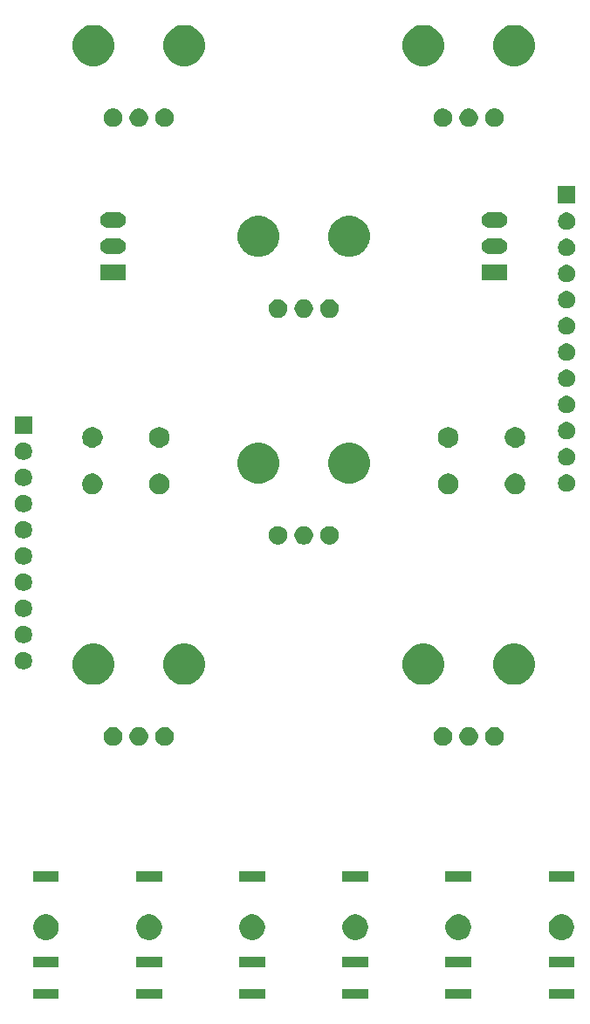
<source format=gbr>
G04 #@! TF.GenerationSoftware,KiCad,Pcbnew,(5.1.5)-3*
G04 #@! TF.CreationDate,2020-05-14T10:55:58+01:00*
G04 #@! TF.ProjectId,AddaTone Controls,41646461-546f-46e6-9520-436f6e74726f,rev?*
G04 #@! TF.SameCoordinates,Original*
G04 #@! TF.FileFunction,Soldermask,Top*
G04 #@! TF.FilePolarity,Negative*
%FSLAX46Y46*%
G04 Gerber Fmt 4.6, Leading zero omitted, Abs format (unit mm)*
G04 Created by KiCad (PCBNEW (5.1.5)-3) date 2020-05-14 10:55:58*
%MOMM*%
%LPD*%
G04 APERTURE LIST*
%ADD10C,0.100000*%
G04 APERTURE END LIST*
D10*
G36*
X106250000Y-157980000D02*
G01*
X103750000Y-157980000D01*
X103750000Y-156980000D01*
X106250000Y-156980000D01*
X106250000Y-157980000D01*
G37*
G36*
X146250000Y-157980000D02*
G01*
X143750000Y-157980000D01*
X143750000Y-156980000D01*
X146250000Y-156980000D01*
X146250000Y-157980000D01*
G37*
G36*
X136250000Y-157980000D02*
G01*
X133750000Y-157980000D01*
X133750000Y-156980000D01*
X136250000Y-156980000D01*
X136250000Y-157980000D01*
G37*
G36*
X116250000Y-157980000D02*
G01*
X113750000Y-157980000D01*
X113750000Y-156980000D01*
X116250000Y-156980000D01*
X116250000Y-157980000D01*
G37*
G36*
X156250000Y-157980000D02*
G01*
X153750000Y-157980000D01*
X153750000Y-156980000D01*
X156250000Y-156980000D01*
X156250000Y-157980000D01*
G37*
G36*
X126250000Y-157980000D02*
G01*
X123750000Y-157980000D01*
X123750000Y-156980000D01*
X126250000Y-156980000D01*
X126250000Y-157980000D01*
G37*
G36*
X146250000Y-154880000D02*
G01*
X143750000Y-154880000D01*
X143750000Y-153880000D01*
X146250000Y-153880000D01*
X146250000Y-154880000D01*
G37*
G36*
X106250000Y-154880000D02*
G01*
X103750000Y-154880000D01*
X103750000Y-153880000D01*
X106250000Y-153880000D01*
X106250000Y-154880000D01*
G37*
G36*
X156250000Y-154880000D02*
G01*
X153750000Y-154880000D01*
X153750000Y-153880000D01*
X156250000Y-153880000D01*
X156250000Y-154880000D01*
G37*
G36*
X126250000Y-154880000D02*
G01*
X123750000Y-154880000D01*
X123750000Y-153880000D01*
X126250000Y-153880000D01*
X126250000Y-154880000D01*
G37*
G36*
X116250000Y-154880000D02*
G01*
X113750000Y-154880000D01*
X113750000Y-153880000D01*
X116250000Y-153880000D01*
X116250000Y-154880000D01*
G37*
G36*
X136250000Y-154880000D02*
G01*
X133750000Y-154880000D01*
X133750000Y-153880000D01*
X136250000Y-153880000D01*
X136250000Y-154880000D01*
G37*
G36*
X135364610Y-149798036D02*
G01*
X135592095Y-149892264D01*
X135592097Y-149892265D01*
X135796828Y-150029062D01*
X135970938Y-150203172D01*
X136107736Y-150407905D01*
X136201964Y-150635390D01*
X136250000Y-150876884D01*
X136250000Y-151123116D01*
X136201964Y-151364610D01*
X136107736Y-151592095D01*
X136107735Y-151592097D01*
X135970938Y-151796828D01*
X135796828Y-151970938D01*
X135592097Y-152107735D01*
X135592096Y-152107736D01*
X135592095Y-152107736D01*
X135364610Y-152201964D01*
X135123116Y-152250000D01*
X134876884Y-152250000D01*
X134635390Y-152201964D01*
X134407905Y-152107736D01*
X134407904Y-152107736D01*
X134407903Y-152107735D01*
X134203172Y-151970938D01*
X134029062Y-151796828D01*
X133892265Y-151592097D01*
X133892264Y-151592095D01*
X133798036Y-151364610D01*
X133750000Y-151123116D01*
X133750000Y-150876884D01*
X133798036Y-150635390D01*
X133892264Y-150407905D01*
X134029062Y-150203172D01*
X134203172Y-150029062D01*
X134407903Y-149892265D01*
X134407905Y-149892264D01*
X134635390Y-149798036D01*
X134876884Y-149750000D01*
X135123116Y-149750000D01*
X135364610Y-149798036D01*
G37*
G36*
X125364610Y-149798036D02*
G01*
X125592095Y-149892264D01*
X125592097Y-149892265D01*
X125796828Y-150029062D01*
X125970938Y-150203172D01*
X126107736Y-150407905D01*
X126201964Y-150635390D01*
X126250000Y-150876884D01*
X126250000Y-151123116D01*
X126201964Y-151364610D01*
X126107736Y-151592095D01*
X126107735Y-151592097D01*
X125970938Y-151796828D01*
X125796828Y-151970938D01*
X125592097Y-152107735D01*
X125592096Y-152107736D01*
X125592095Y-152107736D01*
X125364610Y-152201964D01*
X125123116Y-152250000D01*
X124876884Y-152250000D01*
X124635390Y-152201964D01*
X124407905Y-152107736D01*
X124407904Y-152107736D01*
X124407903Y-152107735D01*
X124203172Y-151970938D01*
X124029062Y-151796828D01*
X123892265Y-151592097D01*
X123892264Y-151592095D01*
X123798036Y-151364610D01*
X123750000Y-151123116D01*
X123750000Y-150876884D01*
X123798036Y-150635390D01*
X123892264Y-150407905D01*
X124029062Y-150203172D01*
X124203172Y-150029062D01*
X124407903Y-149892265D01*
X124407905Y-149892264D01*
X124635390Y-149798036D01*
X124876884Y-149750000D01*
X125123116Y-149750000D01*
X125364610Y-149798036D01*
G37*
G36*
X145364610Y-149798036D02*
G01*
X145592095Y-149892264D01*
X145592097Y-149892265D01*
X145796828Y-150029062D01*
X145970938Y-150203172D01*
X146107736Y-150407905D01*
X146201964Y-150635390D01*
X146250000Y-150876884D01*
X146250000Y-151123116D01*
X146201964Y-151364610D01*
X146107736Y-151592095D01*
X146107735Y-151592097D01*
X145970938Y-151796828D01*
X145796828Y-151970938D01*
X145592097Y-152107735D01*
X145592096Y-152107736D01*
X145592095Y-152107736D01*
X145364610Y-152201964D01*
X145123116Y-152250000D01*
X144876884Y-152250000D01*
X144635390Y-152201964D01*
X144407905Y-152107736D01*
X144407904Y-152107736D01*
X144407903Y-152107735D01*
X144203172Y-151970938D01*
X144029062Y-151796828D01*
X143892265Y-151592097D01*
X143892264Y-151592095D01*
X143798036Y-151364610D01*
X143750000Y-151123116D01*
X143750000Y-150876884D01*
X143798036Y-150635390D01*
X143892264Y-150407905D01*
X144029062Y-150203172D01*
X144203172Y-150029062D01*
X144407903Y-149892265D01*
X144407905Y-149892264D01*
X144635390Y-149798036D01*
X144876884Y-149750000D01*
X145123116Y-149750000D01*
X145364610Y-149798036D01*
G37*
G36*
X155364610Y-149798036D02*
G01*
X155592095Y-149892264D01*
X155592097Y-149892265D01*
X155796828Y-150029062D01*
X155970938Y-150203172D01*
X156107736Y-150407905D01*
X156201964Y-150635390D01*
X156250000Y-150876884D01*
X156250000Y-151123116D01*
X156201964Y-151364610D01*
X156107736Y-151592095D01*
X156107735Y-151592097D01*
X155970938Y-151796828D01*
X155796828Y-151970938D01*
X155592097Y-152107735D01*
X155592096Y-152107736D01*
X155592095Y-152107736D01*
X155364610Y-152201964D01*
X155123116Y-152250000D01*
X154876884Y-152250000D01*
X154635390Y-152201964D01*
X154407905Y-152107736D01*
X154407904Y-152107736D01*
X154407903Y-152107735D01*
X154203172Y-151970938D01*
X154029062Y-151796828D01*
X153892265Y-151592097D01*
X153892264Y-151592095D01*
X153798036Y-151364610D01*
X153750000Y-151123116D01*
X153750000Y-150876884D01*
X153798036Y-150635390D01*
X153892264Y-150407905D01*
X154029062Y-150203172D01*
X154203172Y-150029062D01*
X154407903Y-149892265D01*
X154407905Y-149892264D01*
X154635390Y-149798036D01*
X154876884Y-149750000D01*
X155123116Y-149750000D01*
X155364610Y-149798036D01*
G37*
G36*
X105364610Y-149798036D02*
G01*
X105592095Y-149892264D01*
X105592097Y-149892265D01*
X105796828Y-150029062D01*
X105970938Y-150203172D01*
X106107736Y-150407905D01*
X106201964Y-150635390D01*
X106250000Y-150876884D01*
X106250000Y-151123116D01*
X106201964Y-151364610D01*
X106107736Y-151592095D01*
X106107735Y-151592097D01*
X105970938Y-151796828D01*
X105796828Y-151970938D01*
X105592097Y-152107735D01*
X105592096Y-152107736D01*
X105592095Y-152107736D01*
X105364610Y-152201964D01*
X105123116Y-152250000D01*
X104876884Y-152250000D01*
X104635390Y-152201964D01*
X104407905Y-152107736D01*
X104407904Y-152107736D01*
X104407903Y-152107735D01*
X104203172Y-151970938D01*
X104029062Y-151796828D01*
X103892265Y-151592097D01*
X103892264Y-151592095D01*
X103798036Y-151364610D01*
X103750000Y-151123116D01*
X103750000Y-150876884D01*
X103798036Y-150635390D01*
X103892264Y-150407905D01*
X104029062Y-150203172D01*
X104203172Y-150029062D01*
X104407903Y-149892265D01*
X104407905Y-149892264D01*
X104635390Y-149798036D01*
X104876884Y-149750000D01*
X105123116Y-149750000D01*
X105364610Y-149798036D01*
G37*
G36*
X115364610Y-149798036D02*
G01*
X115592095Y-149892264D01*
X115592097Y-149892265D01*
X115796828Y-150029062D01*
X115970938Y-150203172D01*
X116107736Y-150407905D01*
X116201964Y-150635390D01*
X116250000Y-150876884D01*
X116250000Y-151123116D01*
X116201964Y-151364610D01*
X116107736Y-151592095D01*
X116107735Y-151592097D01*
X115970938Y-151796828D01*
X115796828Y-151970938D01*
X115592097Y-152107735D01*
X115592096Y-152107736D01*
X115592095Y-152107736D01*
X115364610Y-152201964D01*
X115123116Y-152250000D01*
X114876884Y-152250000D01*
X114635390Y-152201964D01*
X114407905Y-152107736D01*
X114407904Y-152107736D01*
X114407903Y-152107735D01*
X114203172Y-151970938D01*
X114029062Y-151796828D01*
X113892265Y-151592097D01*
X113892264Y-151592095D01*
X113798036Y-151364610D01*
X113750000Y-151123116D01*
X113750000Y-150876884D01*
X113798036Y-150635390D01*
X113892264Y-150407905D01*
X114029062Y-150203172D01*
X114203172Y-150029062D01*
X114407903Y-149892265D01*
X114407905Y-149892264D01*
X114635390Y-149798036D01*
X114876884Y-149750000D01*
X115123116Y-149750000D01*
X115364610Y-149798036D01*
G37*
G36*
X126250000Y-146580000D02*
G01*
X123750000Y-146580000D01*
X123750000Y-145580000D01*
X126250000Y-145580000D01*
X126250000Y-146580000D01*
G37*
G36*
X156250000Y-146580000D02*
G01*
X153750000Y-146580000D01*
X153750000Y-145580000D01*
X156250000Y-145580000D01*
X156250000Y-146580000D01*
G37*
G36*
X116250000Y-146580000D02*
G01*
X113750000Y-146580000D01*
X113750000Y-145580000D01*
X116250000Y-145580000D01*
X116250000Y-146580000D01*
G37*
G36*
X146250000Y-146580000D02*
G01*
X143750000Y-146580000D01*
X143750000Y-145580000D01*
X146250000Y-145580000D01*
X146250000Y-146580000D01*
G37*
G36*
X106250000Y-146580000D02*
G01*
X103750000Y-146580000D01*
X103750000Y-145580000D01*
X106250000Y-145580000D01*
X106250000Y-146580000D01*
G37*
G36*
X136250000Y-146580000D02*
G01*
X133750000Y-146580000D01*
X133750000Y-145580000D01*
X136250000Y-145580000D01*
X136250000Y-146580000D01*
G37*
G36*
X143762520Y-131634586D02*
G01*
X143926310Y-131702430D01*
X144073717Y-131800924D01*
X144199076Y-131926283D01*
X144297570Y-132073690D01*
X144365414Y-132237480D01*
X144400000Y-132411358D01*
X144400000Y-132588642D01*
X144365414Y-132762520D01*
X144297570Y-132926310D01*
X144199076Y-133073717D01*
X144073717Y-133199076D01*
X143926310Y-133297570D01*
X143926309Y-133297571D01*
X143926308Y-133297571D01*
X143762520Y-133365414D01*
X143588644Y-133400000D01*
X143411356Y-133400000D01*
X143237480Y-133365414D01*
X143073692Y-133297571D01*
X143073691Y-133297571D01*
X143073690Y-133297570D01*
X142926283Y-133199076D01*
X142800924Y-133073717D01*
X142702430Y-132926310D01*
X142634586Y-132762520D01*
X142600000Y-132588642D01*
X142600000Y-132411358D01*
X142634586Y-132237480D01*
X142702430Y-132073690D01*
X142800924Y-131926283D01*
X142926283Y-131800924D01*
X143073690Y-131702430D01*
X143237480Y-131634586D01*
X143411356Y-131600000D01*
X143588644Y-131600000D01*
X143762520Y-131634586D01*
G37*
G36*
X148762520Y-131634586D02*
G01*
X148926310Y-131702430D01*
X149073717Y-131800924D01*
X149199076Y-131926283D01*
X149297570Y-132073690D01*
X149365414Y-132237480D01*
X149400000Y-132411358D01*
X149400000Y-132588642D01*
X149365414Y-132762520D01*
X149297570Y-132926310D01*
X149199076Y-133073717D01*
X149073717Y-133199076D01*
X148926310Y-133297570D01*
X148926309Y-133297571D01*
X148926308Y-133297571D01*
X148762520Y-133365414D01*
X148588644Y-133400000D01*
X148411356Y-133400000D01*
X148237480Y-133365414D01*
X148073692Y-133297571D01*
X148073691Y-133297571D01*
X148073690Y-133297570D01*
X147926283Y-133199076D01*
X147800924Y-133073717D01*
X147702430Y-132926310D01*
X147634586Y-132762520D01*
X147600000Y-132588642D01*
X147600000Y-132411358D01*
X147634586Y-132237480D01*
X147702430Y-132073690D01*
X147800924Y-131926283D01*
X147926283Y-131800924D01*
X148073690Y-131702430D01*
X148237480Y-131634586D01*
X148411356Y-131600000D01*
X148588644Y-131600000D01*
X148762520Y-131634586D01*
G37*
G36*
X111762520Y-131634586D02*
G01*
X111926310Y-131702430D01*
X112073717Y-131800924D01*
X112199076Y-131926283D01*
X112297570Y-132073690D01*
X112365414Y-132237480D01*
X112400000Y-132411358D01*
X112400000Y-132588642D01*
X112365414Y-132762520D01*
X112297570Y-132926310D01*
X112199076Y-133073717D01*
X112073717Y-133199076D01*
X111926310Y-133297570D01*
X111926309Y-133297571D01*
X111926308Y-133297571D01*
X111762520Y-133365414D01*
X111588644Y-133400000D01*
X111411356Y-133400000D01*
X111237480Y-133365414D01*
X111073692Y-133297571D01*
X111073691Y-133297571D01*
X111073690Y-133297570D01*
X110926283Y-133199076D01*
X110800924Y-133073717D01*
X110702430Y-132926310D01*
X110634586Y-132762520D01*
X110600000Y-132588642D01*
X110600000Y-132411358D01*
X110634586Y-132237480D01*
X110702430Y-132073690D01*
X110800924Y-131926283D01*
X110926283Y-131800924D01*
X111073690Y-131702430D01*
X111237480Y-131634586D01*
X111411356Y-131600000D01*
X111588644Y-131600000D01*
X111762520Y-131634586D01*
G37*
G36*
X116762520Y-131634586D02*
G01*
X116926310Y-131702430D01*
X117073717Y-131800924D01*
X117199076Y-131926283D01*
X117297570Y-132073690D01*
X117365414Y-132237480D01*
X117400000Y-132411358D01*
X117400000Y-132588642D01*
X117365414Y-132762520D01*
X117297570Y-132926310D01*
X117199076Y-133073717D01*
X117073717Y-133199076D01*
X116926310Y-133297570D01*
X116926309Y-133297571D01*
X116926308Y-133297571D01*
X116762520Y-133365414D01*
X116588644Y-133400000D01*
X116411356Y-133400000D01*
X116237480Y-133365414D01*
X116073692Y-133297571D01*
X116073691Y-133297571D01*
X116073690Y-133297570D01*
X115926283Y-133199076D01*
X115800924Y-133073717D01*
X115702430Y-132926310D01*
X115634586Y-132762520D01*
X115600000Y-132588642D01*
X115600000Y-132411358D01*
X115634586Y-132237480D01*
X115702430Y-132073690D01*
X115800924Y-131926283D01*
X115926283Y-131800924D01*
X116073690Y-131702430D01*
X116237480Y-131634586D01*
X116411356Y-131600000D01*
X116588644Y-131600000D01*
X116762520Y-131634586D01*
G37*
G36*
X146262520Y-131634586D02*
G01*
X146426310Y-131702430D01*
X146573717Y-131800924D01*
X146699076Y-131926283D01*
X146797570Y-132073690D01*
X146865414Y-132237480D01*
X146900000Y-132411358D01*
X146900000Y-132588642D01*
X146865414Y-132762520D01*
X146797570Y-132926310D01*
X146699076Y-133073717D01*
X146573717Y-133199076D01*
X146426310Y-133297570D01*
X146426309Y-133297571D01*
X146426308Y-133297571D01*
X146262520Y-133365414D01*
X146088644Y-133400000D01*
X145911356Y-133400000D01*
X145737480Y-133365414D01*
X145573692Y-133297571D01*
X145573691Y-133297571D01*
X145573690Y-133297570D01*
X145426283Y-133199076D01*
X145300924Y-133073717D01*
X145202430Y-132926310D01*
X145134586Y-132762520D01*
X145100000Y-132588642D01*
X145100000Y-132411358D01*
X145134586Y-132237480D01*
X145202430Y-132073690D01*
X145300924Y-131926283D01*
X145426283Y-131800924D01*
X145573690Y-131702430D01*
X145737480Y-131634586D01*
X145911356Y-131600000D01*
X146088644Y-131600000D01*
X146262520Y-131634586D01*
G37*
G36*
X114262520Y-131634586D02*
G01*
X114426310Y-131702430D01*
X114573717Y-131800924D01*
X114699076Y-131926283D01*
X114797570Y-132073690D01*
X114865414Y-132237480D01*
X114900000Y-132411358D01*
X114900000Y-132588642D01*
X114865414Y-132762520D01*
X114797570Y-132926310D01*
X114699076Y-133073717D01*
X114573717Y-133199076D01*
X114426310Y-133297570D01*
X114426309Y-133297571D01*
X114426308Y-133297571D01*
X114262520Y-133365414D01*
X114088644Y-133400000D01*
X113911356Y-133400000D01*
X113737480Y-133365414D01*
X113573692Y-133297571D01*
X113573691Y-133297571D01*
X113573690Y-133297570D01*
X113426283Y-133199076D01*
X113300924Y-133073717D01*
X113202430Y-132926310D01*
X113134586Y-132762520D01*
X113100000Y-132588642D01*
X113100000Y-132411358D01*
X113134586Y-132237480D01*
X113202430Y-132073690D01*
X113300924Y-131926283D01*
X113426283Y-131800924D01*
X113573690Y-131702430D01*
X113737480Y-131634586D01*
X113911356Y-131600000D01*
X114088644Y-131600000D01*
X114262520Y-131634586D01*
G37*
G36*
X150983377Y-123576858D02*
G01*
X151347353Y-123727622D01*
X151347355Y-123727623D01*
X151674926Y-123946499D01*
X151953501Y-124225074D01*
X152137042Y-124499762D01*
X152172378Y-124552647D01*
X152323142Y-124916623D01*
X152400000Y-125303016D01*
X152400000Y-125696984D01*
X152323142Y-126083377D01*
X152172378Y-126447353D01*
X152172377Y-126447355D01*
X151953501Y-126774926D01*
X151674926Y-127053501D01*
X151347355Y-127272377D01*
X151347354Y-127272378D01*
X151347353Y-127272378D01*
X150983377Y-127423142D01*
X150596984Y-127500000D01*
X150203016Y-127500000D01*
X149816623Y-127423142D01*
X149452647Y-127272378D01*
X149452646Y-127272378D01*
X149452645Y-127272377D01*
X149125074Y-127053501D01*
X148846499Y-126774926D01*
X148627623Y-126447355D01*
X148627622Y-126447353D01*
X148476858Y-126083377D01*
X148400000Y-125696984D01*
X148400000Y-125303016D01*
X148476858Y-124916623D01*
X148627622Y-124552647D01*
X148662959Y-124499762D01*
X148846499Y-124225074D01*
X149125074Y-123946499D01*
X149452645Y-123727623D01*
X149452647Y-123727622D01*
X149816623Y-123576858D01*
X150203016Y-123500000D01*
X150596984Y-123500000D01*
X150983377Y-123576858D01*
G37*
G36*
X142183377Y-123576858D02*
G01*
X142547353Y-123727622D01*
X142547355Y-123727623D01*
X142874926Y-123946499D01*
X143153501Y-124225074D01*
X143337042Y-124499762D01*
X143372378Y-124552647D01*
X143523142Y-124916623D01*
X143600000Y-125303016D01*
X143600000Y-125696984D01*
X143523142Y-126083377D01*
X143372378Y-126447353D01*
X143372377Y-126447355D01*
X143153501Y-126774926D01*
X142874926Y-127053501D01*
X142547355Y-127272377D01*
X142547354Y-127272378D01*
X142547353Y-127272378D01*
X142183377Y-127423142D01*
X141796984Y-127500000D01*
X141403016Y-127500000D01*
X141016623Y-127423142D01*
X140652647Y-127272378D01*
X140652646Y-127272378D01*
X140652645Y-127272377D01*
X140325074Y-127053501D01*
X140046499Y-126774926D01*
X139827623Y-126447355D01*
X139827622Y-126447353D01*
X139676858Y-126083377D01*
X139600000Y-125696984D01*
X139600000Y-125303016D01*
X139676858Y-124916623D01*
X139827622Y-124552647D01*
X139862959Y-124499762D01*
X140046499Y-124225074D01*
X140325074Y-123946499D01*
X140652645Y-123727623D01*
X140652647Y-123727622D01*
X141016623Y-123576858D01*
X141403016Y-123500000D01*
X141796984Y-123500000D01*
X142183377Y-123576858D01*
G37*
G36*
X118983377Y-123576858D02*
G01*
X119347353Y-123727622D01*
X119347355Y-123727623D01*
X119674926Y-123946499D01*
X119953501Y-124225074D01*
X120137042Y-124499762D01*
X120172378Y-124552647D01*
X120323142Y-124916623D01*
X120400000Y-125303016D01*
X120400000Y-125696984D01*
X120323142Y-126083377D01*
X120172378Y-126447353D01*
X120172377Y-126447355D01*
X119953501Y-126774926D01*
X119674926Y-127053501D01*
X119347355Y-127272377D01*
X119347354Y-127272378D01*
X119347353Y-127272378D01*
X118983377Y-127423142D01*
X118596984Y-127500000D01*
X118203016Y-127500000D01*
X117816623Y-127423142D01*
X117452647Y-127272378D01*
X117452646Y-127272378D01*
X117452645Y-127272377D01*
X117125074Y-127053501D01*
X116846499Y-126774926D01*
X116627623Y-126447355D01*
X116627622Y-126447353D01*
X116476858Y-126083377D01*
X116400000Y-125696984D01*
X116400000Y-125303016D01*
X116476858Y-124916623D01*
X116627622Y-124552647D01*
X116662959Y-124499762D01*
X116846499Y-124225074D01*
X117125074Y-123946499D01*
X117452645Y-123727623D01*
X117452647Y-123727622D01*
X117816623Y-123576858D01*
X118203016Y-123500000D01*
X118596984Y-123500000D01*
X118983377Y-123576858D01*
G37*
G36*
X110183377Y-123576858D02*
G01*
X110547353Y-123727622D01*
X110547355Y-123727623D01*
X110874926Y-123946499D01*
X111153501Y-124225074D01*
X111337042Y-124499762D01*
X111372378Y-124552647D01*
X111523142Y-124916623D01*
X111600000Y-125303016D01*
X111600000Y-125696984D01*
X111523142Y-126083377D01*
X111372378Y-126447353D01*
X111372377Y-126447355D01*
X111153501Y-126774926D01*
X110874926Y-127053501D01*
X110547355Y-127272377D01*
X110547354Y-127272378D01*
X110547353Y-127272378D01*
X110183377Y-127423142D01*
X109796984Y-127500000D01*
X109403016Y-127500000D01*
X109016623Y-127423142D01*
X108652647Y-127272378D01*
X108652646Y-127272378D01*
X108652645Y-127272377D01*
X108325074Y-127053501D01*
X108046499Y-126774926D01*
X107827623Y-126447355D01*
X107827622Y-126447353D01*
X107676858Y-126083377D01*
X107600000Y-125696984D01*
X107600000Y-125303016D01*
X107676858Y-124916623D01*
X107827622Y-124552647D01*
X107862959Y-124499762D01*
X108046499Y-124225074D01*
X108325074Y-123946499D01*
X108652645Y-123727623D01*
X108652647Y-123727622D01*
X109016623Y-123576858D01*
X109403016Y-123500000D01*
X109796984Y-123500000D01*
X110183377Y-123576858D01*
G37*
G36*
X103047935Y-124342664D02*
G01*
X103202624Y-124406739D01*
X103202626Y-124406740D01*
X103341844Y-124499762D01*
X103460238Y-124618156D01*
X103553260Y-124757374D01*
X103553261Y-124757376D01*
X103617336Y-124912065D01*
X103650000Y-125076281D01*
X103650000Y-125243719D01*
X103617336Y-125407935D01*
X103553261Y-125562624D01*
X103553260Y-125562626D01*
X103460238Y-125701844D01*
X103341844Y-125820238D01*
X103202626Y-125913260D01*
X103202625Y-125913261D01*
X103202624Y-125913261D01*
X103047935Y-125977336D01*
X102883719Y-126010000D01*
X102716281Y-126010000D01*
X102552065Y-125977336D01*
X102397376Y-125913261D01*
X102397375Y-125913261D01*
X102397374Y-125913260D01*
X102258156Y-125820238D01*
X102139762Y-125701844D01*
X102046740Y-125562626D01*
X102046739Y-125562624D01*
X101982664Y-125407935D01*
X101950000Y-125243719D01*
X101950000Y-125076281D01*
X101982664Y-124912065D01*
X102046739Y-124757376D01*
X102046740Y-124757374D01*
X102139762Y-124618156D01*
X102258156Y-124499762D01*
X102397374Y-124406740D01*
X102397376Y-124406739D01*
X102552065Y-124342664D01*
X102716281Y-124310000D01*
X102883719Y-124310000D01*
X103047935Y-124342664D01*
G37*
G36*
X103047935Y-121802664D02*
G01*
X103202624Y-121866739D01*
X103202626Y-121866740D01*
X103341844Y-121959762D01*
X103460238Y-122078156D01*
X103553260Y-122217374D01*
X103553261Y-122217376D01*
X103617336Y-122372065D01*
X103650000Y-122536281D01*
X103650000Y-122703719D01*
X103617336Y-122867935D01*
X103553261Y-123022624D01*
X103553260Y-123022626D01*
X103460238Y-123161844D01*
X103341844Y-123280238D01*
X103202626Y-123373260D01*
X103202625Y-123373261D01*
X103202624Y-123373261D01*
X103047935Y-123437336D01*
X102883719Y-123470000D01*
X102716281Y-123470000D01*
X102552065Y-123437336D01*
X102397376Y-123373261D01*
X102397375Y-123373261D01*
X102397374Y-123373260D01*
X102258156Y-123280238D01*
X102139762Y-123161844D01*
X102046740Y-123022626D01*
X102046739Y-123022624D01*
X101982664Y-122867935D01*
X101950000Y-122703719D01*
X101950000Y-122536281D01*
X101982664Y-122372065D01*
X102046739Y-122217376D01*
X102046740Y-122217374D01*
X102139762Y-122078156D01*
X102258156Y-121959762D01*
X102397374Y-121866740D01*
X102397376Y-121866739D01*
X102552065Y-121802664D01*
X102716281Y-121770000D01*
X102883719Y-121770000D01*
X103047935Y-121802664D01*
G37*
G36*
X103047935Y-119262664D02*
G01*
X103202624Y-119326739D01*
X103202626Y-119326740D01*
X103341844Y-119419762D01*
X103460238Y-119538156D01*
X103553260Y-119677374D01*
X103553261Y-119677376D01*
X103617336Y-119832065D01*
X103650000Y-119996281D01*
X103650000Y-120163719D01*
X103617336Y-120327935D01*
X103553261Y-120482624D01*
X103553260Y-120482626D01*
X103460238Y-120621844D01*
X103341844Y-120740238D01*
X103202626Y-120833260D01*
X103202625Y-120833261D01*
X103202624Y-120833261D01*
X103047935Y-120897336D01*
X102883719Y-120930000D01*
X102716281Y-120930000D01*
X102552065Y-120897336D01*
X102397376Y-120833261D01*
X102397375Y-120833261D01*
X102397374Y-120833260D01*
X102258156Y-120740238D01*
X102139762Y-120621844D01*
X102046740Y-120482626D01*
X102046739Y-120482624D01*
X101982664Y-120327935D01*
X101950000Y-120163719D01*
X101950000Y-119996281D01*
X101982664Y-119832065D01*
X102046739Y-119677376D01*
X102046740Y-119677374D01*
X102139762Y-119538156D01*
X102258156Y-119419762D01*
X102397374Y-119326740D01*
X102397376Y-119326739D01*
X102552065Y-119262664D01*
X102716281Y-119230000D01*
X102883719Y-119230000D01*
X103047935Y-119262664D01*
G37*
G36*
X103047935Y-116722664D02*
G01*
X103202624Y-116786739D01*
X103202626Y-116786740D01*
X103341844Y-116879762D01*
X103460238Y-116998156D01*
X103553260Y-117137374D01*
X103553261Y-117137376D01*
X103617336Y-117292065D01*
X103650000Y-117456281D01*
X103650000Y-117623719D01*
X103617336Y-117787935D01*
X103553261Y-117942624D01*
X103553260Y-117942626D01*
X103460238Y-118081844D01*
X103341844Y-118200238D01*
X103202626Y-118293260D01*
X103202625Y-118293261D01*
X103202624Y-118293261D01*
X103047935Y-118357336D01*
X102883719Y-118390000D01*
X102716281Y-118390000D01*
X102552065Y-118357336D01*
X102397376Y-118293261D01*
X102397375Y-118293261D01*
X102397374Y-118293260D01*
X102258156Y-118200238D01*
X102139762Y-118081844D01*
X102046740Y-117942626D01*
X102046739Y-117942624D01*
X101982664Y-117787935D01*
X101950000Y-117623719D01*
X101950000Y-117456281D01*
X101982664Y-117292065D01*
X102046739Y-117137376D01*
X102046740Y-117137374D01*
X102139762Y-116998156D01*
X102258156Y-116879762D01*
X102397374Y-116786740D01*
X102397376Y-116786739D01*
X102552065Y-116722664D01*
X102716281Y-116690000D01*
X102883719Y-116690000D01*
X103047935Y-116722664D01*
G37*
G36*
X103047935Y-114182664D02*
G01*
X103202624Y-114246739D01*
X103202626Y-114246740D01*
X103341844Y-114339762D01*
X103460238Y-114458156D01*
X103553260Y-114597374D01*
X103553261Y-114597376D01*
X103617336Y-114752065D01*
X103650000Y-114916281D01*
X103650000Y-115083719D01*
X103617336Y-115247935D01*
X103553261Y-115402624D01*
X103553260Y-115402626D01*
X103460238Y-115541844D01*
X103341844Y-115660238D01*
X103202626Y-115753260D01*
X103202625Y-115753261D01*
X103202624Y-115753261D01*
X103047935Y-115817336D01*
X102883719Y-115850000D01*
X102716281Y-115850000D01*
X102552065Y-115817336D01*
X102397376Y-115753261D01*
X102397375Y-115753261D01*
X102397374Y-115753260D01*
X102258156Y-115660238D01*
X102139762Y-115541844D01*
X102046740Y-115402626D01*
X102046739Y-115402624D01*
X101982664Y-115247935D01*
X101950000Y-115083719D01*
X101950000Y-114916281D01*
X101982664Y-114752065D01*
X102046739Y-114597376D01*
X102046740Y-114597374D01*
X102139762Y-114458156D01*
X102258156Y-114339762D01*
X102397374Y-114246740D01*
X102397376Y-114246739D01*
X102552065Y-114182664D01*
X102716281Y-114150000D01*
X102883719Y-114150000D01*
X103047935Y-114182664D01*
G37*
G36*
X127762520Y-112134586D02*
G01*
X127926310Y-112202430D01*
X128073717Y-112300924D01*
X128199076Y-112426283D01*
X128277543Y-112543718D01*
X128297571Y-112573692D01*
X128365414Y-112737480D01*
X128400000Y-112911356D01*
X128400000Y-113088644D01*
X128375212Y-113213260D01*
X128365414Y-113262520D01*
X128297570Y-113426310D01*
X128199076Y-113573717D01*
X128073717Y-113699076D01*
X127926310Y-113797570D01*
X127926309Y-113797571D01*
X127926308Y-113797571D01*
X127762520Y-113865414D01*
X127588644Y-113900000D01*
X127411356Y-113900000D01*
X127237480Y-113865414D01*
X127073692Y-113797571D01*
X127073691Y-113797571D01*
X127073690Y-113797570D01*
X126926283Y-113699076D01*
X126800924Y-113573717D01*
X126702430Y-113426310D01*
X126634586Y-113262520D01*
X126624788Y-113213260D01*
X126600000Y-113088644D01*
X126600000Y-112911356D01*
X126634586Y-112737480D01*
X126702429Y-112573692D01*
X126722457Y-112543718D01*
X126800924Y-112426283D01*
X126926283Y-112300924D01*
X127073690Y-112202430D01*
X127237480Y-112134586D01*
X127411356Y-112100000D01*
X127588644Y-112100000D01*
X127762520Y-112134586D01*
G37*
G36*
X130262520Y-112134586D02*
G01*
X130426310Y-112202430D01*
X130573717Y-112300924D01*
X130699076Y-112426283D01*
X130777543Y-112543718D01*
X130797571Y-112573692D01*
X130865414Y-112737480D01*
X130900000Y-112911356D01*
X130900000Y-113088644D01*
X130875212Y-113213260D01*
X130865414Y-113262520D01*
X130797570Y-113426310D01*
X130699076Y-113573717D01*
X130573717Y-113699076D01*
X130426310Y-113797570D01*
X130426309Y-113797571D01*
X130426308Y-113797571D01*
X130262520Y-113865414D01*
X130088644Y-113900000D01*
X129911356Y-113900000D01*
X129737480Y-113865414D01*
X129573692Y-113797571D01*
X129573691Y-113797571D01*
X129573690Y-113797570D01*
X129426283Y-113699076D01*
X129300924Y-113573717D01*
X129202430Y-113426310D01*
X129134586Y-113262520D01*
X129124788Y-113213260D01*
X129100000Y-113088644D01*
X129100000Y-112911356D01*
X129134586Y-112737480D01*
X129202429Y-112573692D01*
X129222457Y-112543718D01*
X129300924Y-112426283D01*
X129426283Y-112300924D01*
X129573690Y-112202430D01*
X129737480Y-112134586D01*
X129911356Y-112100000D01*
X130088644Y-112100000D01*
X130262520Y-112134586D01*
G37*
G36*
X132762520Y-112134586D02*
G01*
X132926310Y-112202430D01*
X133073717Y-112300924D01*
X133199076Y-112426283D01*
X133277543Y-112543718D01*
X133297571Y-112573692D01*
X133365414Y-112737480D01*
X133400000Y-112911356D01*
X133400000Y-113088644D01*
X133375212Y-113213260D01*
X133365414Y-113262520D01*
X133297570Y-113426310D01*
X133199076Y-113573717D01*
X133073717Y-113699076D01*
X132926310Y-113797570D01*
X132926309Y-113797571D01*
X132926308Y-113797571D01*
X132762520Y-113865414D01*
X132588644Y-113900000D01*
X132411356Y-113900000D01*
X132237480Y-113865414D01*
X132073692Y-113797571D01*
X132073691Y-113797571D01*
X132073690Y-113797570D01*
X131926283Y-113699076D01*
X131800924Y-113573717D01*
X131702430Y-113426310D01*
X131634586Y-113262520D01*
X131624788Y-113213260D01*
X131600000Y-113088644D01*
X131600000Y-112911356D01*
X131634586Y-112737480D01*
X131702429Y-112573692D01*
X131722457Y-112543718D01*
X131800924Y-112426283D01*
X131926283Y-112300924D01*
X132073690Y-112202430D01*
X132237480Y-112134586D01*
X132411356Y-112100000D01*
X132588644Y-112100000D01*
X132762520Y-112134586D01*
G37*
G36*
X103047935Y-111642664D02*
G01*
X103202624Y-111706739D01*
X103202626Y-111706740D01*
X103341844Y-111799762D01*
X103460238Y-111918156D01*
X103553260Y-112057374D01*
X103553261Y-112057376D01*
X103617336Y-112212065D01*
X103650000Y-112376281D01*
X103650000Y-112543719D01*
X103617336Y-112707935D01*
X103553261Y-112862624D01*
X103553260Y-112862626D01*
X103460238Y-113001844D01*
X103341844Y-113120238D01*
X103202626Y-113213260D01*
X103202625Y-113213261D01*
X103202624Y-113213261D01*
X103047935Y-113277336D01*
X102883719Y-113310000D01*
X102716281Y-113310000D01*
X102552065Y-113277336D01*
X102397376Y-113213261D01*
X102397375Y-113213261D01*
X102397374Y-113213260D01*
X102258156Y-113120238D01*
X102139762Y-113001844D01*
X102046740Y-112862626D01*
X102046739Y-112862624D01*
X101982664Y-112707935D01*
X101950000Y-112543719D01*
X101950000Y-112376281D01*
X101982664Y-112212065D01*
X102046739Y-112057376D01*
X102046740Y-112057374D01*
X102139762Y-111918156D01*
X102258156Y-111799762D01*
X102397374Y-111706740D01*
X102397376Y-111706739D01*
X102552065Y-111642664D01*
X102716281Y-111610000D01*
X102883719Y-111610000D01*
X103047935Y-111642664D01*
G37*
G36*
X103047935Y-109102664D02*
G01*
X103202624Y-109166739D01*
X103202626Y-109166740D01*
X103341844Y-109259762D01*
X103460238Y-109378156D01*
X103553260Y-109517374D01*
X103553261Y-109517376D01*
X103617336Y-109672065D01*
X103650000Y-109836281D01*
X103650000Y-110003719D01*
X103617336Y-110167935D01*
X103553261Y-110322624D01*
X103553260Y-110322626D01*
X103460238Y-110461844D01*
X103341844Y-110580238D01*
X103202626Y-110673260D01*
X103202625Y-110673261D01*
X103202624Y-110673261D01*
X103047935Y-110737336D01*
X102883719Y-110770000D01*
X102716281Y-110770000D01*
X102552065Y-110737336D01*
X102397376Y-110673261D01*
X102397375Y-110673261D01*
X102397374Y-110673260D01*
X102258156Y-110580238D01*
X102139762Y-110461844D01*
X102046740Y-110322626D01*
X102046739Y-110322624D01*
X101982664Y-110167935D01*
X101950000Y-110003719D01*
X101950000Y-109836281D01*
X101982664Y-109672065D01*
X102046739Y-109517376D01*
X102046740Y-109517374D01*
X102139762Y-109378156D01*
X102258156Y-109259762D01*
X102397374Y-109166740D01*
X102397376Y-109166739D01*
X102552065Y-109102664D01*
X102716281Y-109070000D01*
X102883719Y-109070000D01*
X103047935Y-109102664D01*
G37*
G36*
X144227290Y-107025619D02*
G01*
X144291689Y-107038429D01*
X144473678Y-107113811D01*
X144637463Y-107223249D01*
X144776751Y-107362537D01*
X144886189Y-107526322D01*
X144961571Y-107708311D01*
X145000000Y-107901509D01*
X145000000Y-108098491D01*
X144961571Y-108291689D01*
X144886189Y-108473678D01*
X144776751Y-108637463D01*
X144637463Y-108776751D01*
X144473678Y-108886189D01*
X144291689Y-108961571D01*
X144227290Y-108974381D01*
X144098493Y-109000000D01*
X143901507Y-109000000D01*
X143772710Y-108974381D01*
X143708311Y-108961571D01*
X143526322Y-108886189D01*
X143362537Y-108776751D01*
X143223249Y-108637463D01*
X143113811Y-108473678D01*
X143038429Y-108291689D01*
X143000000Y-108098491D01*
X143000000Y-107901509D01*
X143038429Y-107708311D01*
X143113811Y-107526322D01*
X143223249Y-107362537D01*
X143362537Y-107223249D01*
X143526322Y-107113811D01*
X143708311Y-107038429D01*
X143772710Y-107025619D01*
X143901507Y-107000000D01*
X144098493Y-107000000D01*
X144227290Y-107025619D01*
G37*
G36*
X109727290Y-107025619D02*
G01*
X109791689Y-107038429D01*
X109973678Y-107113811D01*
X110137463Y-107223249D01*
X110276751Y-107362537D01*
X110386189Y-107526322D01*
X110461571Y-107708311D01*
X110500000Y-107901509D01*
X110500000Y-108098491D01*
X110461571Y-108291689D01*
X110386189Y-108473678D01*
X110276751Y-108637463D01*
X110137463Y-108776751D01*
X109973678Y-108886189D01*
X109791689Y-108961571D01*
X109727290Y-108974381D01*
X109598493Y-109000000D01*
X109401507Y-109000000D01*
X109272710Y-108974381D01*
X109208311Y-108961571D01*
X109026322Y-108886189D01*
X108862537Y-108776751D01*
X108723249Y-108637463D01*
X108613811Y-108473678D01*
X108538429Y-108291689D01*
X108500000Y-108098491D01*
X108500000Y-107901509D01*
X108538429Y-107708311D01*
X108613811Y-107526322D01*
X108723249Y-107362537D01*
X108862537Y-107223249D01*
X109026322Y-107113811D01*
X109208311Y-107038429D01*
X109272710Y-107025619D01*
X109401507Y-107000000D01*
X109598493Y-107000000D01*
X109727290Y-107025619D01*
G37*
G36*
X150727290Y-107025619D02*
G01*
X150791689Y-107038429D01*
X150973678Y-107113811D01*
X151137463Y-107223249D01*
X151276751Y-107362537D01*
X151386189Y-107526322D01*
X151461571Y-107708311D01*
X151500000Y-107901509D01*
X151500000Y-108098491D01*
X151461571Y-108291689D01*
X151386189Y-108473678D01*
X151276751Y-108637463D01*
X151137463Y-108776751D01*
X150973678Y-108886189D01*
X150791689Y-108961571D01*
X150727290Y-108974381D01*
X150598493Y-109000000D01*
X150401507Y-109000000D01*
X150272710Y-108974381D01*
X150208311Y-108961571D01*
X150026322Y-108886189D01*
X149862537Y-108776751D01*
X149723249Y-108637463D01*
X149613811Y-108473678D01*
X149538429Y-108291689D01*
X149500000Y-108098491D01*
X149500000Y-107901509D01*
X149538429Y-107708311D01*
X149613811Y-107526322D01*
X149723249Y-107362537D01*
X149862537Y-107223249D01*
X150026322Y-107113811D01*
X150208311Y-107038429D01*
X150272710Y-107025619D01*
X150401507Y-107000000D01*
X150598493Y-107000000D01*
X150727290Y-107025619D01*
G37*
G36*
X116227290Y-107025619D02*
G01*
X116291689Y-107038429D01*
X116473678Y-107113811D01*
X116637463Y-107223249D01*
X116776751Y-107362537D01*
X116886189Y-107526322D01*
X116961571Y-107708311D01*
X117000000Y-107901509D01*
X117000000Y-108098491D01*
X116961571Y-108291689D01*
X116886189Y-108473678D01*
X116776751Y-108637463D01*
X116637463Y-108776751D01*
X116473678Y-108886189D01*
X116291689Y-108961571D01*
X116227290Y-108974381D01*
X116098493Y-109000000D01*
X115901507Y-109000000D01*
X115772710Y-108974381D01*
X115708311Y-108961571D01*
X115526322Y-108886189D01*
X115362537Y-108776751D01*
X115223249Y-108637463D01*
X115113811Y-108473678D01*
X115038429Y-108291689D01*
X115000000Y-108098491D01*
X115000000Y-107901509D01*
X115038429Y-107708311D01*
X115113811Y-107526322D01*
X115223249Y-107362537D01*
X115362537Y-107223249D01*
X115526322Y-107113811D01*
X115708311Y-107038429D01*
X115772710Y-107025619D01*
X115901507Y-107000000D01*
X116098493Y-107000000D01*
X116227290Y-107025619D01*
G37*
G36*
X155747935Y-107122664D02*
G01*
X155902624Y-107186739D01*
X155902626Y-107186740D01*
X156041844Y-107279762D01*
X156160238Y-107398156D01*
X156253260Y-107537374D01*
X156253261Y-107537376D01*
X156317336Y-107692065D01*
X156350000Y-107856281D01*
X156350000Y-108023719D01*
X156317336Y-108187935D01*
X156274359Y-108291689D01*
X156253260Y-108342626D01*
X156160238Y-108481844D01*
X156041844Y-108600238D01*
X155902626Y-108693260D01*
X155902625Y-108693261D01*
X155902624Y-108693261D01*
X155747935Y-108757336D01*
X155583719Y-108790000D01*
X155416281Y-108790000D01*
X155252065Y-108757336D01*
X155097376Y-108693261D01*
X155097375Y-108693261D01*
X155097374Y-108693260D01*
X154958156Y-108600238D01*
X154839762Y-108481844D01*
X154746740Y-108342626D01*
X154725641Y-108291689D01*
X154682664Y-108187935D01*
X154650000Y-108023719D01*
X154650000Y-107856281D01*
X154682664Y-107692065D01*
X154746739Y-107537376D01*
X154746740Y-107537374D01*
X154839762Y-107398156D01*
X154958156Y-107279762D01*
X155097374Y-107186740D01*
X155097376Y-107186739D01*
X155252065Y-107122664D01*
X155416281Y-107090000D01*
X155583719Y-107090000D01*
X155747935Y-107122664D01*
G37*
G36*
X103047935Y-106562664D02*
G01*
X103202624Y-106626739D01*
X103202626Y-106626740D01*
X103341844Y-106719762D01*
X103460238Y-106838156D01*
X103533202Y-106947355D01*
X103553261Y-106977376D01*
X103617336Y-107132065D01*
X103650000Y-107296281D01*
X103650000Y-107463719D01*
X103617336Y-107627935D01*
X103584042Y-107708312D01*
X103553260Y-107782626D01*
X103460238Y-107921844D01*
X103341844Y-108040238D01*
X103202626Y-108133260D01*
X103202625Y-108133261D01*
X103202624Y-108133261D01*
X103047935Y-108197336D01*
X102883719Y-108230000D01*
X102716281Y-108230000D01*
X102552065Y-108197336D01*
X102397376Y-108133261D01*
X102397375Y-108133261D01*
X102397374Y-108133260D01*
X102258156Y-108040238D01*
X102139762Y-107921844D01*
X102046740Y-107782626D01*
X102015958Y-107708312D01*
X101982664Y-107627935D01*
X101950000Y-107463719D01*
X101950000Y-107296281D01*
X101982664Y-107132065D01*
X102046739Y-106977376D01*
X102066798Y-106947355D01*
X102139762Y-106838156D01*
X102258156Y-106719762D01*
X102397374Y-106626740D01*
X102397376Y-106626739D01*
X102552065Y-106562664D01*
X102716281Y-106530000D01*
X102883719Y-106530000D01*
X103047935Y-106562664D01*
G37*
G36*
X126183377Y-104076858D02*
G01*
X126547353Y-104227622D01*
X126547355Y-104227623D01*
X126712251Y-104337803D01*
X126874925Y-104446498D01*
X127153502Y-104725075D01*
X127372378Y-105052647D01*
X127523142Y-105416623D01*
X127600000Y-105803016D01*
X127600000Y-106196984D01*
X127523142Y-106583377D01*
X127372378Y-106947353D01*
X127372377Y-106947355D01*
X127311523Y-107038429D01*
X127188031Y-107223249D01*
X127153501Y-107274926D01*
X126874926Y-107553501D01*
X126547355Y-107772377D01*
X126547354Y-107772378D01*
X126547353Y-107772378D01*
X126183377Y-107923142D01*
X125796984Y-108000000D01*
X125403016Y-108000000D01*
X125016623Y-107923142D01*
X124652647Y-107772378D01*
X124652646Y-107772378D01*
X124652645Y-107772377D01*
X124325074Y-107553501D01*
X124046499Y-107274926D01*
X124011970Y-107223249D01*
X123888477Y-107038429D01*
X123827623Y-106947355D01*
X123827622Y-106947353D01*
X123676858Y-106583377D01*
X123600000Y-106196984D01*
X123600000Y-105803016D01*
X123676858Y-105416623D01*
X123827622Y-105052647D01*
X124046498Y-104725075D01*
X124325075Y-104446498D01*
X124487749Y-104337803D01*
X124652645Y-104227623D01*
X124652647Y-104227622D01*
X125016623Y-104076858D01*
X125403016Y-104000000D01*
X125796984Y-104000000D01*
X126183377Y-104076858D01*
G37*
G36*
X134983377Y-104076858D02*
G01*
X135347353Y-104227622D01*
X135347355Y-104227623D01*
X135512251Y-104337803D01*
X135674925Y-104446498D01*
X135953502Y-104725075D01*
X136172378Y-105052647D01*
X136323142Y-105416623D01*
X136400000Y-105803016D01*
X136400000Y-106196984D01*
X136323142Y-106583377D01*
X136172378Y-106947353D01*
X136172377Y-106947355D01*
X136111523Y-107038429D01*
X135988031Y-107223249D01*
X135953501Y-107274926D01*
X135674926Y-107553501D01*
X135347355Y-107772377D01*
X135347354Y-107772378D01*
X135347353Y-107772378D01*
X134983377Y-107923142D01*
X134596984Y-108000000D01*
X134203016Y-108000000D01*
X133816623Y-107923142D01*
X133452647Y-107772378D01*
X133452646Y-107772378D01*
X133452645Y-107772377D01*
X133125074Y-107553501D01*
X132846499Y-107274926D01*
X132811970Y-107223249D01*
X132688477Y-107038429D01*
X132627623Y-106947355D01*
X132627622Y-106947353D01*
X132476858Y-106583377D01*
X132400000Y-106196984D01*
X132400000Y-105803016D01*
X132476858Y-105416623D01*
X132627622Y-105052647D01*
X132846498Y-104725075D01*
X133125075Y-104446498D01*
X133287749Y-104337803D01*
X133452645Y-104227623D01*
X133452647Y-104227622D01*
X133816623Y-104076858D01*
X134203016Y-104000000D01*
X134596984Y-104000000D01*
X134983377Y-104076858D01*
G37*
G36*
X155747935Y-104582664D02*
G01*
X155902624Y-104646739D01*
X155902626Y-104646740D01*
X156041844Y-104739762D01*
X156160238Y-104858156D01*
X156253260Y-104997374D01*
X156253261Y-104997376D01*
X156317336Y-105152065D01*
X156350000Y-105316281D01*
X156350000Y-105483719D01*
X156317336Y-105647935D01*
X156253261Y-105802624D01*
X156253260Y-105802626D01*
X156160238Y-105941844D01*
X156041844Y-106060238D01*
X155902626Y-106153260D01*
X155902625Y-106153261D01*
X155902624Y-106153261D01*
X155747935Y-106217336D01*
X155583719Y-106250000D01*
X155416281Y-106250000D01*
X155252065Y-106217336D01*
X155097376Y-106153261D01*
X155097375Y-106153261D01*
X155097374Y-106153260D01*
X154958156Y-106060238D01*
X154839762Y-105941844D01*
X154746740Y-105802626D01*
X154746739Y-105802624D01*
X154682664Y-105647935D01*
X154650000Y-105483719D01*
X154650000Y-105316281D01*
X154682664Y-105152065D01*
X154746739Y-104997376D01*
X154746740Y-104997374D01*
X154839762Y-104858156D01*
X154958156Y-104739762D01*
X155097374Y-104646740D01*
X155097376Y-104646739D01*
X155252065Y-104582664D01*
X155416281Y-104550000D01*
X155583719Y-104550000D01*
X155747935Y-104582664D01*
G37*
G36*
X103047935Y-104022664D02*
G01*
X103202624Y-104086739D01*
X103202626Y-104086740D01*
X103341844Y-104179762D01*
X103460238Y-104298156D01*
X103519059Y-104386189D01*
X103553261Y-104437376D01*
X103617336Y-104592065D01*
X103650000Y-104756281D01*
X103650000Y-104923719D01*
X103617336Y-105087935D01*
X103590772Y-105152065D01*
X103553260Y-105242626D01*
X103460238Y-105381844D01*
X103341844Y-105500238D01*
X103202626Y-105593260D01*
X103202625Y-105593261D01*
X103202624Y-105593261D01*
X103047935Y-105657336D01*
X102883719Y-105690000D01*
X102716281Y-105690000D01*
X102552065Y-105657336D01*
X102397376Y-105593261D01*
X102397375Y-105593261D01*
X102397374Y-105593260D01*
X102258156Y-105500238D01*
X102139762Y-105381844D01*
X102046740Y-105242626D01*
X102009228Y-105152065D01*
X101982664Y-105087935D01*
X101950000Y-104923719D01*
X101950000Y-104756281D01*
X101982664Y-104592065D01*
X102046739Y-104437376D01*
X102080941Y-104386189D01*
X102139762Y-104298156D01*
X102258156Y-104179762D01*
X102397374Y-104086740D01*
X102397376Y-104086739D01*
X102552065Y-104022664D01*
X102716281Y-103990000D01*
X102883719Y-103990000D01*
X103047935Y-104022664D01*
G37*
G36*
X144227290Y-102525619D02*
G01*
X144291689Y-102538429D01*
X144473678Y-102613811D01*
X144637463Y-102723249D01*
X144776751Y-102862537D01*
X144886189Y-103026322D01*
X144961571Y-103208311D01*
X144961571Y-103208312D01*
X145000000Y-103401507D01*
X145000000Y-103598493D01*
X144997062Y-103613261D01*
X144961571Y-103791689D01*
X144886189Y-103973678D01*
X144776751Y-104137463D01*
X144637463Y-104276751D01*
X144473678Y-104386189D01*
X144291689Y-104461571D01*
X144227290Y-104474381D01*
X144098493Y-104500000D01*
X143901507Y-104500000D01*
X143772710Y-104474381D01*
X143708311Y-104461571D01*
X143526322Y-104386189D01*
X143362537Y-104276751D01*
X143223249Y-104137463D01*
X143113811Y-103973678D01*
X143038429Y-103791689D01*
X143002938Y-103613261D01*
X143000000Y-103598493D01*
X143000000Y-103401507D01*
X143038429Y-103208312D01*
X143038429Y-103208311D01*
X143113811Y-103026322D01*
X143223249Y-102862537D01*
X143362537Y-102723249D01*
X143526322Y-102613811D01*
X143708311Y-102538429D01*
X143772710Y-102525619D01*
X143901507Y-102500000D01*
X144098493Y-102500000D01*
X144227290Y-102525619D01*
G37*
G36*
X150727290Y-102525619D02*
G01*
X150791689Y-102538429D01*
X150973678Y-102613811D01*
X151137463Y-102723249D01*
X151276751Y-102862537D01*
X151386189Y-103026322D01*
X151461571Y-103208311D01*
X151461571Y-103208312D01*
X151500000Y-103401507D01*
X151500000Y-103598493D01*
X151497062Y-103613261D01*
X151461571Y-103791689D01*
X151386189Y-103973678D01*
X151276751Y-104137463D01*
X151137463Y-104276751D01*
X150973678Y-104386189D01*
X150791689Y-104461571D01*
X150727290Y-104474381D01*
X150598493Y-104500000D01*
X150401507Y-104500000D01*
X150272710Y-104474381D01*
X150208311Y-104461571D01*
X150026322Y-104386189D01*
X149862537Y-104276751D01*
X149723249Y-104137463D01*
X149613811Y-103973678D01*
X149538429Y-103791689D01*
X149502938Y-103613261D01*
X149500000Y-103598493D01*
X149500000Y-103401507D01*
X149538429Y-103208312D01*
X149538429Y-103208311D01*
X149613811Y-103026322D01*
X149723249Y-102862537D01*
X149862537Y-102723249D01*
X150026322Y-102613811D01*
X150208311Y-102538429D01*
X150272710Y-102525619D01*
X150401507Y-102500000D01*
X150598493Y-102500000D01*
X150727290Y-102525619D01*
G37*
G36*
X116227290Y-102525619D02*
G01*
X116291689Y-102538429D01*
X116473678Y-102613811D01*
X116637463Y-102723249D01*
X116776751Y-102862537D01*
X116886189Y-103026322D01*
X116961571Y-103208311D01*
X116961571Y-103208312D01*
X117000000Y-103401507D01*
X117000000Y-103598493D01*
X116997062Y-103613261D01*
X116961571Y-103791689D01*
X116886189Y-103973678D01*
X116776751Y-104137463D01*
X116637463Y-104276751D01*
X116473678Y-104386189D01*
X116291689Y-104461571D01*
X116227290Y-104474381D01*
X116098493Y-104500000D01*
X115901507Y-104500000D01*
X115772710Y-104474381D01*
X115708311Y-104461571D01*
X115526322Y-104386189D01*
X115362537Y-104276751D01*
X115223249Y-104137463D01*
X115113811Y-103973678D01*
X115038429Y-103791689D01*
X115002938Y-103613261D01*
X115000000Y-103598493D01*
X115000000Y-103401507D01*
X115038429Y-103208312D01*
X115038429Y-103208311D01*
X115113811Y-103026322D01*
X115223249Y-102862537D01*
X115362537Y-102723249D01*
X115526322Y-102613811D01*
X115708311Y-102538429D01*
X115772710Y-102525619D01*
X115901507Y-102500000D01*
X116098493Y-102500000D01*
X116227290Y-102525619D01*
G37*
G36*
X109727290Y-102525619D02*
G01*
X109791689Y-102538429D01*
X109973678Y-102613811D01*
X110137463Y-102723249D01*
X110276751Y-102862537D01*
X110386189Y-103026322D01*
X110461571Y-103208311D01*
X110461571Y-103208312D01*
X110500000Y-103401507D01*
X110500000Y-103598493D01*
X110497062Y-103613261D01*
X110461571Y-103791689D01*
X110386189Y-103973678D01*
X110276751Y-104137463D01*
X110137463Y-104276751D01*
X109973678Y-104386189D01*
X109791689Y-104461571D01*
X109727290Y-104474381D01*
X109598493Y-104500000D01*
X109401507Y-104500000D01*
X109272710Y-104474381D01*
X109208311Y-104461571D01*
X109026322Y-104386189D01*
X108862537Y-104276751D01*
X108723249Y-104137463D01*
X108613811Y-103973678D01*
X108538429Y-103791689D01*
X108502938Y-103613261D01*
X108500000Y-103598493D01*
X108500000Y-103401507D01*
X108538429Y-103208312D01*
X108538429Y-103208311D01*
X108613811Y-103026322D01*
X108723249Y-102862537D01*
X108862537Y-102723249D01*
X109026322Y-102613811D01*
X109208311Y-102538429D01*
X109272710Y-102525619D01*
X109401507Y-102500000D01*
X109598493Y-102500000D01*
X109727290Y-102525619D01*
G37*
G36*
X155747935Y-102042664D02*
G01*
X155902624Y-102106739D01*
X155902626Y-102106740D01*
X156041844Y-102199762D01*
X156160238Y-102318156D01*
X156253260Y-102457374D01*
X156253261Y-102457376D01*
X156317336Y-102612065D01*
X156350000Y-102776281D01*
X156350000Y-102943719D01*
X156317336Y-103107935D01*
X156275758Y-103208311D01*
X156253260Y-103262626D01*
X156160238Y-103401844D01*
X156041844Y-103520238D01*
X155902626Y-103613260D01*
X155902625Y-103613261D01*
X155902624Y-103613261D01*
X155747935Y-103677336D01*
X155583719Y-103710000D01*
X155416281Y-103710000D01*
X155252065Y-103677336D01*
X155097376Y-103613261D01*
X155097375Y-103613261D01*
X155097374Y-103613260D01*
X154958156Y-103520238D01*
X154839762Y-103401844D01*
X154746740Y-103262626D01*
X154724242Y-103208311D01*
X154682664Y-103107935D01*
X154650000Y-102943719D01*
X154650000Y-102776281D01*
X154682664Y-102612065D01*
X154746739Y-102457376D01*
X154746740Y-102457374D01*
X154839762Y-102318156D01*
X154958156Y-102199762D01*
X155097374Y-102106740D01*
X155097376Y-102106739D01*
X155252065Y-102042664D01*
X155416281Y-102010000D01*
X155583719Y-102010000D01*
X155747935Y-102042664D01*
G37*
G36*
X103650000Y-103150000D02*
G01*
X101950000Y-103150000D01*
X101950000Y-101450000D01*
X103650000Y-101450000D01*
X103650000Y-103150000D01*
G37*
G36*
X155747935Y-99502664D02*
G01*
X155902624Y-99566739D01*
X155902626Y-99566740D01*
X156041844Y-99659762D01*
X156160238Y-99778156D01*
X156253260Y-99917374D01*
X156253261Y-99917376D01*
X156317336Y-100072065D01*
X156350000Y-100236281D01*
X156350000Y-100403719D01*
X156317336Y-100567935D01*
X156253261Y-100722624D01*
X156253260Y-100722626D01*
X156160238Y-100861844D01*
X156041844Y-100980238D01*
X155902626Y-101073260D01*
X155902625Y-101073261D01*
X155902624Y-101073261D01*
X155747935Y-101137336D01*
X155583719Y-101170000D01*
X155416281Y-101170000D01*
X155252065Y-101137336D01*
X155097376Y-101073261D01*
X155097375Y-101073261D01*
X155097374Y-101073260D01*
X154958156Y-100980238D01*
X154839762Y-100861844D01*
X154746740Y-100722626D01*
X154746739Y-100722624D01*
X154682664Y-100567935D01*
X154650000Y-100403719D01*
X154650000Y-100236281D01*
X154682664Y-100072065D01*
X154746739Y-99917376D01*
X154746740Y-99917374D01*
X154839762Y-99778156D01*
X154958156Y-99659762D01*
X155097374Y-99566740D01*
X155097376Y-99566739D01*
X155252065Y-99502664D01*
X155416281Y-99470000D01*
X155583719Y-99470000D01*
X155747935Y-99502664D01*
G37*
G36*
X155747935Y-96962664D02*
G01*
X155902624Y-97026739D01*
X155902626Y-97026740D01*
X156041844Y-97119762D01*
X156160238Y-97238156D01*
X156253260Y-97377374D01*
X156253261Y-97377376D01*
X156317336Y-97532065D01*
X156350000Y-97696281D01*
X156350000Y-97863719D01*
X156317336Y-98027935D01*
X156253261Y-98182624D01*
X156253260Y-98182626D01*
X156160238Y-98321844D01*
X156041844Y-98440238D01*
X155902626Y-98533260D01*
X155902625Y-98533261D01*
X155902624Y-98533261D01*
X155747935Y-98597336D01*
X155583719Y-98630000D01*
X155416281Y-98630000D01*
X155252065Y-98597336D01*
X155097376Y-98533261D01*
X155097375Y-98533261D01*
X155097374Y-98533260D01*
X154958156Y-98440238D01*
X154839762Y-98321844D01*
X154746740Y-98182626D01*
X154746739Y-98182624D01*
X154682664Y-98027935D01*
X154650000Y-97863719D01*
X154650000Y-97696281D01*
X154682664Y-97532065D01*
X154746739Y-97377376D01*
X154746740Y-97377374D01*
X154839762Y-97238156D01*
X154958156Y-97119762D01*
X155097374Y-97026740D01*
X155097376Y-97026739D01*
X155252065Y-96962664D01*
X155416281Y-96930000D01*
X155583719Y-96930000D01*
X155747935Y-96962664D01*
G37*
G36*
X155747935Y-94422664D02*
G01*
X155902624Y-94486739D01*
X155902626Y-94486740D01*
X156041844Y-94579762D01*
X156160238Y-94698156D01*
X156253260Y-94837374D01*
X156253261Y-94837376D01*
X156317336Y-94992065D01*
X156350000Y-95156281D01*
X156350000Y-95323719D01*
X156317336Y-95487935D01*
X156253261Y-95642624D01*
X156253260Y-95642626D01*
X156160238Y-95781844D01*
X156041844Y-95900238D01*
X155902626Y-95993260D01*
X155902625Y-95993261D01*
X155902624Y-95993261D01*
X155747935Y-96057336D01*
X155583719Y-96090000D01*
X155416281Y-96090000D01*
X155252065Y-96057336D01*
X155097376Y-95993261D01*
X155097375Y-95993261D01*
X155097374Y-95993260D01*
X154958156Y-95900238D01*
X154839762Y-95781844D01*
X154746740Y-95642626D01*
X154746739Y-95642624D01*
X154682664Y-95487935D01*
X154650000Y-95323719D01*
X154650000Y-95156281D01*
X154682664Y-94992065D01*
X154746739Y-94837376D01*
X154746740Y-94837374D01*
X154839762Y-94698156D01*
X154958156Y-94579762D01*
X155097374Y-94486740D01*
X155097376Y-94486739D01*
X155252065Y-94422664D01*
X155416281Y-94390000D01*
X155583719Y-94390000D01*
X155747935Y-94422664D01*
G37*
G36*
X155747935Y-91882664D02*
G01*
X155902624Y-91946739D01*
X155902626Y-91946740D01*
X156041844Y-92039762D01*
X156160238Y-92158156D01*
X156253260Y-92297374D01*
X156253261Y-92297376D01*
X156317336Y-92452065D01*
X156350000Y-92616281D01*
X156350000Y-92783719D01*
X156317336Y-92947935D01*
X156253261Y-93102624D01*
X156253260Y-93102626D01*
X156160238Y-93241844D01*
X156041844Y-93360238D01*
X155902626Y-93453260D01*
X155902625Y-93453261D01*
X155902624Y-93453261D01*
X155747935Y-93517336D01*
X155583719Y-93550000D01*
X155416281Y-93550000D01*
X155252065Y-93517336D01*
X155097376Y-93453261D01*
X155097375Y-93453261D01*
X155097374Y-93453260D01*
X154958156Y-93360238D01*
X154839762Y-93241844D01*
X154746740Y-93102626D01*
X154746739Y-93102624D01*
X154682664Y-92947935D01*
X154650000Y-92783719D01*
X154650000Y-92616281D01*
X154682664Y-92452065D01*
X154746739Y-92297376D01*
X154746740Y-92297374D01*
X154839762Y-92158156D01*
X154958156Y-92039762D01*
X155097374Y-91946740D01*
X155097376Y-91946739D01*
X155252065Y-91882664D01*
X155416281Y-91850000D01*
X155583719Y-91850000D01*
X155747935Y-91882664D01*
G37*
G36*
X132762520Y-90134586D02*
G01*
X132926310Y-90202430D01*
X133073717Y-90300924D01*
X133199076Y-90426283D01*
X133290176Y-90562624D01*
X133297571Y-90573692D01*
X133365414Y-90737480D01*
X133381876Y-90820238D01*
X133400000Y-90911358D01*
X133400000Y-91088642D01*
X133365414Y-91262520D01*
X133297570Y-91426310D01*
X133199076Y-91573717D01*
X133073717Y-91699076D01*
X132926310Y-91797570D01*
X132926309Y-91797571D01*
X132926308Y-91797571D01*
X132762520Y-91865414D01*
X132588644Y-91900000D01*
X132411356Y-91900000D01*
X132237480Y-91865414D01*
X132073692Y-91797571D01*
X132073691Y-91797571D01*
X132073690Y-91797570D01*
X131926283Y-91699076D01*
X131800924Y-91573717D01*
X131702430Y-91426310D01*
X131634586Y-91262520D01*
X131600000Y-91088642D01*
X131600000Y-90911358D01*
X131618125Y-90820238D01*
X131634586Y-90737480D01*
X131702429Y-90573692D01*
X131709824Y-90562624D01*
X131800924Y-90426283D01*
X131926283Y-90300924D01*
X132073690Y-90202430D01*
X132237480Y-90134586D01*
X132411356Y-90100000D01*
X132588644Y-90100000D01*
X132762520Y-90134586D01*
G37*
G36*
X130262520Y-90134586D02*
G01*
X130426310Y-90202430D01*
X130573717Y-90300924D01*
X130699076Y-90426283D01*
X130790176Y-90562624D01*
X130797571Y-90573692D01*
X130865414Y-90737480D01*
X130881876Y-90820238D01*
X130900000Y-90911358D01*
X130900000Y-91088642D01*
X130865414Y-91262520D01*
X130797570Y-91426310D01*
X130699076Y-91573717D01*
X130573717Y-91699076D01*
X130426310Y-91797570D01*
X130426309Y-91797571D01*
X130426308Y-91797571D01*
X130262520Y-91865414D01*
X130088644Y-91900000D01*
X129911356Y-91900000D01*
X129737480Y-91865414D01*
X129573692Y-91797571D01*
X129573691Y-91797571D01*
X129573690Y-91797570D01*
X129426283Y-91699076D01*
X129300924Y-91573717D01*
X129202430Y-91426310D01*
X129134586Y-91262520D01*
X129100000Y-91088642D01*
X129100000Y-90911358D01*
X129118125Y-90820238D01*
X129134586Y-90737480D01*
X129202429Y-90573692D01*
X129209824Y-90562624D01*
X129300924Y-90426283D01*
X129426283Y-90300924D01*
X129573690Y-90202430D01*
X129737480Y-90134586D01*
X129911356Y-90100000D01*
X130088644Y-90100000D01*
X130262520Y-90134586D01*
G37*
G36*
X127762520Y-90134586D02*
G01*
X127926310Y-90202430D01*
X128073717Y-90300924D01*
X128199076Y-90426283D01*
X128290176Y-90562624D01*
X128297571Y-90573692D01*
X128365414Y-90737480D01*
X128381876Y-90820238D01*
X128400000Y-90911358D01*
X128400000Y-91088642D01*
X128365414Y-91262520D01*
X128297570Y-91426310D01*
X128199076Y-91573717D01*
X128073717Y-91699076D01*
X127926310Y-91797570D01*
X127926309Y-91797571D01*
X127926308Y-91797571D01*
X127762520Y-91865414D01*
X127588644Y-91900000D01*
X127411356Y-91900000D01*
X127237480Y-91865414D01*
X127073692Y-91797571D01*
X127073691Y-91797571D01*
X127073690Y-91797570D01*
X126926283Y-91699076D01*
X126800924Y-91573717D01*
X126702430Y-91426310D01*
X126634586Y-91262520D01*
X126600000Y-91088642D01*
X126600000Y-90911358D01*
X126618125Y-90820238D01*
X126634586Y-90737480D01*
X126702429Y-90573692D01*
X126709824Y-90562624D01*
X126800924Y-90426283D01*
X126926283Y-90300924D01*
X127073690Y-90202430D01*
X127237480Y-90134586D01*
X127411356Y-90100000D01*
X127588644Y-90100000D01*
X127762520Y-90134586D01*
G37*
G36*
X155747935Y-89342664D02*
G01*
X155902624Y-89406739D01*
X155902626Y-89406740D01*
X156041844Y-89499762D01*
X156160238Y-89618156D01*
X156253260Y-89757374D01*
X156253261Y-89757376D01*
X156317336Y-89912065D01*
X156350000Y-90076281D01*
X156350000Y-90243719D01*
X156317336Y-90407935D01*
X156253261Y-90562624D01*
X156253260Y-90562626D01*
X156160238Y-90701844D01*
X156041844Y-90820238D01*
X155902626Y-90913260D01*
X155902625Y-90913261D01*
X155902624Y-90913261D01*
X155747935Y-90977336D01*
X155583719Y-91010000D01*
X155416281Y-91010000D01*
X155252065Y-90977336D01*
X155097376Y-90913261D01*
X155097375Y-90913261D01*
X155097374Y-90913260D01*
X154958156Y-90820238D01*
X154839762Y-90701844D01*
X154746740Y-90562626D01*
X154746739Y-90562624D01*
X154682664Y-90407935D01*
X154650000Y-90243719D01*
X154650000Y-90076281D01*
X154682664Y-89912065D01*
X154746739Y-89757376D01*
X154746740Y-89757374D01*
X154839762Y-89618156D01*
X154958156Y-89499762D01*
X155097374Y-89406740D01*
X155097376Y-89406739D01*
X155252065Y-89342664D01*
X155416281Y-89310000D01*
X155583719Y-89310000D01*
X155747935Y-89342664D01*
G37*
G36*
X155747935Y-86802664D02*
G01*
X155902624Y-86866739D01*
X155902626Y-86866740D01*
X156041844Y-86959762D01*
X156160238Y-87078156D01*
X156253260Y-87217374D01*
X156253261Y-87217376D01*
X156317336Y-87372065D01*
X156350000Y-87536281D01*
X156350000Y-87703719D01*
X156317336Y-87867935D01*
X156253261Y-88022624D01*
X156253260Y-88022626D01*
X156160238Y-88161844D01*
X156041844Y-88280238D01*
X155902626Y-88373260D01*
X155902625Y-88373261D01*
X155902624Y-88373261D01*
X155747935Y-88437336D01*
X155583719Y-88470000D01*
X155416281Y-88470000D01*
X155252065Y-88437336D01*
X155097376Y-88373261D01*
X155097375Y-88373261D01*
X155097374Y-88373260D01*
X154958156Y-88280238D01*
X154839762Y-88161844D01*
X154746740Y-88022626D01*
X154746739Y-88022624D01*
X154682664Y-87867935D01*
X154650000Y-87703719D01*
X154650000Y-87536281D01*
X154682664Y-87372065D01*
X154746739Y-87217376D01*
X154746740Y-87217374D01*
X154839762Y-87078156D01*
X154958156Y-86959762D01*
X155097374Y-86866740D01*
X155097376Y-86866739D01*
X155252065Y-86802664D01*
X155416281Y-86770000D01*
X155583719Y-86770000D01*
X155747935Y-86802664D01*
G37*
G36*
X112750000Y-88250000D02*
G01*
X110250000Y-88250000D01*
X110250000Y-86750000D01*
X112750000Y-86750000D01*
X112750000Y-88250000D01*
G37*
G36*
X149750000Y-88250000D02*
G01*
X147250000Y-88250000D01*
X147250000Y-86750000D01*
X149750000Y-86750000D01*
X149750000Y-88250000D01*
G37*
G36*
X134983377Y-82076858D02*
G01*
X135347353Y-82227622D01*
X135347355Y-82227623D01*
X135443798Y-82292064D01*
X135674925Y-82446498D01*
X135953502Y-82725075D01*
X135995504Y-82787936D01*
X136168353Y-83046622D01*
X136172378Y-83052647D01*
X136323142Y-83416623D01*
X136400000Y-83803016D01*
X136400000Y-84196984D01*
X136323142Y-84583377D01*
X136220132Y-84832064D01*
X136172377Y-84947355D01*
X136139685Y-84996282D01*
X135953502Y-85274925D01*
X135674925Y-85553502D01*
X135521135Y-85656261D01*
X135347355Y-85772377D01*
X135347354Y-85772378D01*
X135347353Y-85772378D01*
X134983377Y-85923142D01*
X134596984Y-86000000D01*
X134203016Y-86000000D01*
X133816623Y-85923142D01*
X133452647Y-85772378D01*
X133452646Y-85772378D01*
X133452645Y-85772377D01*
X133278865Y-85656261D01*
X133125075Y-85553502D01*
X132846498Y-85274925D01*
X132660315Y-84996282D01*
X132627623Y-84947355D01*
X132579868Y-84832064D01*
X132476858Y-84583377D01*
X132400000Y-84196984D01*
X132400000Y-83803016D01*
X132476858Y-83416623D01*
X132627622Y-83052647D01*
X132631648Y-83046622D01*
X132804496Y-82787936D01*
X132846498Y-82725075D01*
X133125075Y-82446498D01*
X133356202Y-82292064D01*
X133452645Y-82227623D01*
X133452647Y-82227622D01*
X133816623Y-82076858D01*
X134203016Y-82000000D01*
X134596984Y-82000000D01*
X134983377Y-82076858D01*
G37*
G36*
X126183377Y-82076858D02*
G01*
X126547353Y-82227622D01*
X126547355Y-82227623D01*
X126643798Y-82292064D01*
X126874925Y-82446498D01*
X127153502Y-82725075D01*
X127195504Y-82787936D01*
X127368353Y-83046622D01*
X127372378Y-83052647D01*
X127523142Y-83416623D01*
X127600000Y-83803016D01*
X127600000Y-84196984D01*
X127523142Y-84583377D01*
X127420132Y-84832064D01*
X127372377Y-84947355D01*
X127339685Y-84996282D01*
X127153502Y-85274925D01*
X126874925Y-85553502D01*
X126721135Y-85656261D01*
X126547355Y-85772377D01*
X126547354Y-85772378D01*
X126547353Y-85772378D01*
X126183377Y-85923142D01*
X125796984Y-86000000D01*
X125403016Y-86000000D01*
X125016623Y-85923142D01*
X124652647Y-85772378D01*
X124652646Y-85772378D01*
X124652645Y-85772377D01*
X124478865Y-85656261D01*
X124325075Y-85553502D01*
X124046498Y-85274925D01*
X123860315Y-84996282D01*
X123827623Y-84947355D01*
X123779868Y-84832064D01*
X123676858Y-84583377D01*
X123600000Y-84196984D01*
X123600000Y-83803016D01*
X123676858Y-83416623D01*
X123827622Y-83052647D01*
X123831648Y-83046622D01*
X124004496Y-82787936D01*
X124046498Y-82725075D01*
X124325075Y-82446498D01*
X124556202Y-82292064D01*
X124652645Y-82227623D01*
X124652647Y-82227622D01*
X125016623Y-82076858D01*
X125403016Y-82000000D01*
X125796984Y-82000000D01*
X126183377Y-82076858D01*
G37*
G36*
X155747935Y-84262664D02*
G01*
X155902624Y-84326739D01*
X155902626Y-84326740D01*
X156041844Y-84419762D01*
X156160238Y-84538156D01*
X156190454Y-84583378D01*
X156253261Y-84677376D01*
X156317336Y-84832065D01*
X156350000Y-84996281D01*
X156350000Y-85163719D01*
X156317336Y-85327935D01*
X156296311Y-85378693D01*
X156253260Y-85482626D01*
X156160238Y-85621844D01*
X156041844Y-85740238D01*
X155902626Y-85833260D01*
X155902625Y-85833261D01*
X155902624Y-85833261D01*
X155747935Y-85897336D01*
X155583719Y-85930000D01*
X155416281Y-85930000D01*
X155252065Y-85897336D01*
X155097376Y-85833261D01*
X155097375Y-85833261D01*
X155097374Y-85833260D01*
X154958156Y-85740238D01*
X154839762Y-85621844D01*
X154746740Y-85482626D01*
X154703689Y-85378693D01*
X154682664Y-85327935D01*
X154650000Y-85163719D01*
X154650000Y-84996281D01*
X154682664Y-84832065D01*
X154746739Y-84677376D01*
X154809546Y-84583378D01*
X154839762Y-84538156D01*
X154958156Y-84419762D01*
X155097374Y-84326740D01*
X155097376Y-84326739D01*
X155252065Y-84262664D01*
X155416281Y-84230000D01*
X155583719Y-84230000D01*
X155747935Y-84262664D01*
G37*
G36*
X149147027Y-84220852D02*
G01*
X149288401Y-84263738D01*
X149418689Y-84333378D01*
X149532895Y-84427105D01*
X149626622Y-84541311D01*
X149696262Y-84671599D01*
X149739148Y-84812973D01*
X149753628Y-84960000D01*
X149739148Y-85107027D01*
X149696262Y-85248401D01*
X149626622Y-85378689D01*
X149532895Y-85492895D01*
X149418689Y-85586622D01*
X149288401Y-85656262D01*
X149147027Y-85699148D01*
X149036839Y-85710000D01*
X147963161Y-85710000D01*
X147852973Y-85699148D01*
X147711599Y-85656262D01*
X147581311Y-85586622D01*
X147467105Y-85492895D01*
X147373378Y-85378689D01*
X147303738Y-85248401D01*
X147260852Y-85107027D01*
X147246372Y-84960000D01*
X147260852Y-84812973D01*
X147303738Y-84671599D01*
X147373378Y-84541311D01*
X147467105Y-84427105D01*
X147581311Y-84333378D01*
X147711599Y-84263738D01*
X147852973Y-84220852D01*
X147963161Y-84210000D01*
X149036839Y-84210000D01*
X149147027Y-84220852D01*
G37*
G36*
X112147027Y-84220852D02*
G01*
X112288401Y-84263738D01*
X112418689Y-84333378D01*
X112532895Y-84427105D01*
X112626622Y-84541311D01*
X112696262Y-84671599D01*
X112739148Y-84812973D01*
X112753628Y-84960000D01*
X112739148Y-85107027D01*
X112696262Y-85248401D01*
X112626622Y-85378689D01*
X112532895Y-85492895D01*
X112418689Y-85586622D01*
X112288401Y-85656262D01*
X112147027Y-85699148D01*
X112036839Y-85710000D01*
X110963161Y-85710000D01*
X110852973Y-85699148D01*
X110711599Y-85656262D01*
X110581311Y-85586622D01*
X110467105Y-85492895D01*
X110373378Y-85378689D01*
X110303738Y-85248401D01*
X110260852Y-85107027D01*
X110246372Y-84960000D01*
X110260852Y-84812973D01*
X110303738Y-84671599D01*
X110373378Y-84541311D01*
X110467105Y-84427105D01*
X110581311Y-84333378D01*
X110711599Y-84263738D01*
X110852973Y-84220852D01*
X110963161Y-84210000D01*
X112036839Y-84210000D01*
X112147027Y-84220852D01*
G37*
G36*
X155747935Y-81722664D02*
G01*
X155902624Y-81786739D01*
X155902626Y-81786740D01*
X156041844Y-81879762D01*
X156160238Y-81998156D01*
X156212825Y-82076859D01*
X156253261Y-82137376D01*
X156317336Y-82292065D01*
X156350000Y-82456281D01*
X156350000Y-82623719D01*
X156317336Y-82787935D01*
X156296311Y-82838693D01*
X156253260Y-82942626D01*
X156160238Y-83081844D01*
X156041844Y-83200238D01*
X155902626Y-83293260D01*
X155902625Y-83293261D01*
X155902624Y-83293261D01*
X155747935Y-83357336D01*
X155583719Y-83390000D01*
X155416281Y-83390000D01*
X155252065Y-83357336D01*
X155097376Y-83293261D01*
X155097375Y-83293261D01*
X155097374Y-83293260D01*
X154958156Y-83200238D01*
X154839762Y-83081844D01*
X154746740Y-82942626D01*
X154703689Y-82838693D01*
X154682664Y-82787935D01*
X154650000Y-82623719D01*
X154650000Y-82456281D01*
X154682664Y-82292065D01*
X154746739Y-82137376D01*
X154787175Y-82076859D01*
X154839762Y-81998156D01*
X154958156Y-81879762D01*
X155097374Y-81786740D01*
X155097376Y-81786739D01*
X155252065Y-81722664D01*
X155416281Y-81690000D01*
X155583719Y-81690000D01*
X155747935Y-81722664D01*
G37*
G36*
X149147027Y-81680852D02*
G01*
X149288401Y-81723738D01*
X149418689Y-81793378D01*
X149532895Y-81887105D01*
X149626622Y-82001311D01*
X149696262Y-82131599D01*
X149739148Y-82272973D01*
X149753628Y-82420000D01*
X149739148Y-82567027D01*
X149696262Y-82708401D01*
X149626622Y-82838689D01*
X149532895Y-82952895D01*
X149418689Y-83046622D01*
X149288401Y-83116262D01*
X149147027Y-83159148D01*
X149036839Y-83170000D01*
X147963161Y-83170000D01*
X147852973Y-83159148D01*
X147711599Y-83116262D01*
X147581311Y-83046622D01*
X147467105Y-82952895D01*
X147373378Y-82838689D01*
X147303738Y-82708401D01*
X147260852Y-82567027D01*
X147246372Y-82420000D01*
X147260852Y-82272973D01*
X147303738Y-82131599D01*
X147373378Y-82001311D01*
X147467105Y-81887105D01*
X147581311Y-81793378D01*
X147711599Y-81723738D01*
X147852973Y-81680852D01*
X147963161Y-81670000D01*
X149036839Y-81670000D01*
X149147027Y-81680852D01*
G37*
G36*
X112147027Y-81680852D02*
G01*
X112288401Y-81723738D01*
X112418689Y-81793378D01*
X112532895Y-81887105D01*
X112626622Y-82001311D01*
X112696262Y-82131599D01*
X112739148Y-82272973D01*
X112753628Y-82420000D01*
X112739148Y-82567027D01*
X112696262Y-82708401D01*
X112626622Y-82838689D01*
X112532895Y-82952895D01*
X112418689Y-83046622D01*
X112288401Y-83116262D01*
X112147027Y-83159148D01*
X112036839Y-83170000D01*
X110963161Y-83170000D01*
X110852973Y-83159148D01*
X110711599Y-83116262D01*
X110581311Y-83046622D01*
X110467105Y-82952895D01*
X110373378Y-82838689D01*
X110303738Y-82708401D01*
X110260852Y-82567027D01*
X110246372Y-82420000D01*
X110260852Y-82272973D01*
X110303738Y-82131599D01*
X110373378Y-82001311D01*
X110467105Y-81887105D01*
X110581311Y-81793378D01*
X110711599Y-81723738D01*
X110852973Y-81680852D01*
X110963161Y-81670000D01*
X112036839Y-81670000D01*
X112147027Y-81680852D01*
G37*
G36*
X156350000Y-80850000D02*
G01*
X154650000Y-80850000D01*
X154650000Y-79150000D01*
X156350000Y-79150000D01*
X156350000Y-80850000D01*
G37*
G36*
X143762520Y-71634586D02*
G01*
X143926310Y-71702430D01*
X144073717Y-71800924D01*
X144199076Y-71926283D01*
X144297570Y-72073690D01*
X144365414Y-72237480D01*
X144400000Y-72411358D01*
X144400000Y-72588642D01*
X144365414Y-72762520D01*
X144297570Y-72926310D01*
X144199076Y-73073717D01*
X144073717Y-73199076D01*
X143926310Y-73297570D01*
X143926309Y-73297571D01*
X143926308Y-73297571D01*
X143762520Y-73365414D01*
X143588644Y-73400000D01*
X143411356Y-73400000D01*
X143237480Y-73365414D01*
X143073692Y-73297571D01*
X143073691Y-73297571D01*
X143073690Y-73297570D01*
X142926283Y-73199076D01*
X142800924Y-73073717D01*
X142702430Y-72926310D01*
X142634586Y-72762520D01*
X142600000Y-72588642D01*
X142600000Y-72411358D01*
X142634586Y-72237480D01*
X142702430Y-72073690D01*
X142800924Y-71926283D01*
X142926283Y-71800924D01*
X143073690Y-71702430D01*
X143237480Y-71634586D01*
X143411356Y-71600000D01*
X143588644Y-71600000D01*
X143762520Y-71634586D01*
G37*
G36*
X148762520Y-71634586D02*
G01*
X148926310Y-71702430D01*
X149073717Y-71800924D01*
X149199076Y-71926283D01*
X149297570Y-72073690D01*
X149365414Y-72237480D01*
X149400000Y-72411358D01*
X149400000Y-72588642D01*
X149365414Y-72762520D01*
X149297570Y-72926310D01*
X149199076Y-73073717D01*
X149073717Y-73199076D01*
X148926310Y-73297570D01*
X148926309Y-73297571D01*
X148926308Y-73297571D01*
X148762520Y-73365414D01*
X148588644Y-73400000D01*
X148411356Y-73400000D01*
X148237480Y-73365414D01*
X148073692Y-73297571D01*
X148073691Y-73297571D01*
X148073690Y-73297570D01*
X147926283Y-73199076D01*
X147800924Y-73073717D01*
X147702430Y-72926310D01*
X147634586Y-72762520D01*
X147600000Y-72588642D01*
X147600000Y-72411358D01*
X147634586Y-72237480D01*
X147702430Y-72073690D01*
X147800924Y-71926283D01*
X147926283Y-71800924D01*
X148073690Y-71702430D01*
X148237480Y-71634586D01*
X148411356Y-71600000D01*
X148588644Y-71600000D01*
X148762520Y-71634586D01*
G37*
G36*
X146262520Y-71634586D02*
G01*
X146426310Y-71702430D01*
X146573717Y-71800924D01*
X146699076Y-71926283D01*
X146797570Y-72073690D01*
X146865414Y-72237480D01*
X146900000Y-72411358D01*
X146900000Y-72588642D01*
X146865414Y-72762520D01*
X146797570Y-72926310D01*
X146699076Y-73073717D01*
X146573717Y-73199076D01*
X146426310Y-73297570D01*
X146426309Y-73297571D01*
X146426308Y-73297571D01*
X146262520Y-73365414D01*
X146088644Y-73400000D01*
X145911356Y-73400000D01*
X145737480Y-73365414D01*
X145573692Y-73297571D01*
X145573691Y-73297571D01*
X145573690Y-73297570D01*
X145426283Y-73199076D01*
X145300924Y-73073717D01*
X145202430Y-72926310D01*
X145134586Y-72762520D01*
X145100000Y-72588642D01*
X145100000Y-72411358D01*
X145134586Y-72237480D01*
X145202430Y-72073690D01*
X145300924Y-71926283D01*
X145426283Y-71800924D01*
X145573690Y-71702430D01*
X145737480Y-71634586D01*
X145911356Y-71600000D01*
X146088644Y-71600000D01*
X146262520Y-71634586D01*
G37*
G36*
X116762520Y-71634586D02*
G01*
X116926310Y-71702430D01*
X117073717Y-71800924D01*
X117199076Y-71926283D01*
X117297570Y-72073690D01*
X117365414Y-72237480D01*
X117400000Y-72411358D01*
X117400000Y-72588642D01*
X117365414Y-72762520D01*
X117297570Y-72926310D01*
X117199076Y-73073717D01*
X117073717Y-73199076D01*
X116926310Y-73297570D01*
X116926309Y-73297571D01*
X116926308Y-73297571D01*
X116762520Y-73365414D01*
X116588644Y-73400000D01*
X116411356Y-73400000D01*
X116237480Y-73365414D01*
X116073692Y-73297571D01*
X116073691Y-73297571D01*
X116073690Y-73297570D01*
X115926283Y-73199076D01*
X115800924Y-73073717D01*
X115702430Y-72926310D01*
X115634586Y-72762520D01*
X115600000Y-72588642D01*
X115600000Y-72411358D01*
X115634586Y-72237480D01*
X115702430Y-72073690D01*
X115800924Y-71926283D01*
X115926283Y-71800924D01*
X116073690Y-71702430D01*
X116237480Y-71634586D01*
X116411356Y-71600000D01*
X116588644Y-71600000D01*
X116762520Y-71634586D01*
G37*
G36*
X114262520Y-71634586D02*
G01*
X114426310Y-71702430D01*
X114573717Y-71800924D01*
X114699076Y-71926283D01*
X114797570Y-72073690D01*
X114865414Y-72237480D01*
X114900000Y-72411358D01*
X114900000Y-72588642D01*
X114865414Y-72762520D01*
X114797570Y-72926310D01*
X114699076Y-73073717D01*
X114573717Y-73199076D01*
X114426310Y-73297570D01*
X114426309Y-73297571D01*
X114426308Y-73297571D01*
X114262520Y-73365414D01*
X114088644Y-73400000D01*
X113911356Y-73400000D01*
X113737480Y-73365414D01*
X113573692Y-73297571D01*
X113573691Y-73297571D01*
X113573690Y-73297570D01*
X113426283Y-73199076D01*
X113300924Y-73073717D01*
X113202430Y-72926310D01*
X113134586Y-72762520D01*
X113100000Y-72588642D01*
X113100000Y-72411358D01*
X113134586Y-72237480D01*
X113202430Y-72073690D01*
X113300924Y-71926283D01*
X113426283Y-71800924D01*
X113573690Y-71702430D01*
X113737480Y-71634586D01*
X113911356Y-71600000D01*
X114088644Y-71600000D01*
X114262520Y-71634586D01*
G37*
G36*
X111762520Y-71634586D02*
G01*
X111926310Y-71702430D01*
X112073717Y-71800924D01*
X112199076Y-71926283D01*
X112297570Y-72073690D01*
X112365414Y-72237480D01*
X112400000Y-72411358D01*
X112400000Y-72588642D01*
X112365414Y-72762520D01*
X112297570Y-72926310D01*
X112199076Y-73073717D01*
X112073717Y-73199076D01*
X111926310Y-73297570D01*
X111926309Y-73297571D01*
X111926308Y-73297571D01*
X111762520Y-73365414D01*
X111588644Y-73400000D01*
X111411356Y-73400000D01*
X111237480Y-73365414D01*
X111073692Y-73297571D01*
X111073691Y-73297571D01*
X111073690Y-73297570D01*
X110926283Y-73199076D01*
X110800924Y-73073717D01*
X110702430Y-72926310D01*
X110634586Y-72762520D01*
X110600000Y-72588642D01*
X110600000Y-72411358D01*
X110634586Y-72237480D01*
X110702430Y-72073690D01*
X110800924Y-71926283D01*
X110926283Y-71800924D01*
X111073690Y-71702430D01*
X111237480Y-71634586D01*
X111411356Y-71600000D01*
X111588644Y-71600000D01*
X111762520Y-71634586D01*
G37*
G36*
X142183377Y-63576858D02*
G01*
X142547353Y-63727622D01*
X142547355Y-63727623D01*
X142712251Y-63837803D01*
X142874925Y-63946498D01*
X143153502Y-64225075D01*
X143372378Y-64552647D01*
X143523142Y-64916623D01*
X143600000Y-65303016D01*
X143600000Y-65696984D01*
X143523142Y-66083377D01*
X143372378Y-66447353D01*
X143372377Y-66447355D01*
X143153501Y-66774926D01*
X142874926Y-67053501D01*
X142547355Y-67272377D01*
X142547354Y-67272378D01*
X142547353Y-67272378D01*
X142183377Y-67423142D01*
X141796984Y-67500000D01*
X141403016Y-67500000D01*
X141016623Y-67423142D01*
X140652647Y-67272378D01*
X140652646Y-67272378D01*
X140652645Y-67272377D01*
X140325074Y-67053501D01*
X140046499Y-66774926D01*
X139827623Y-66447355D01*
X139827622Y-66447353D01*
X139676858Y-66083377D01*
X139600000Y-65696984D01*
X139600000Y-65303016D01*
X139676858Y-64916623D01*
X139827622Y-64552647D01*
X140046498Y-64225075D01*
X140325075Y-63946498D01*
X140487749Y-63837803D01*
X140652645Y-63727623D01*
X140652647Y-63727622D01*
X141016623Y-63576858D01*
X141403016Y-63500000D01*
X141796984Y-63500000D01*
X142183377Y-63576858D01*
G37*
G36*
X110183377Y-63576858D02*
G01*
X110547353Y-63727622D01*
X110547355Y-63727623D01*
X110712251Y-63837803D01*
X110874925Y-63946498D01*
X111153502Y-64225075D01*
X111372378Y-64552647D01*
X111523142Y-64916623D01*
X111600000Y-65303016D01*
X111600000Y-65696984D01*
X111523142Y-66083377D01*
X111372378Y-66447353D01*
X111372377Y-66447355D01*
X111153501Y-66774926D01*
X110874926Y-67053501D01*
X110547355Y-67272377D01*
X110547354Y-67272378D01*
X110547353Y-67272378D01*
X110183377Y-67423142D01*
X109796984Y-67500000D01*
X109403016Y-67500000D01*
X109016623Y-67423142D01*
X108652647Y-67272378D01*
X108652646Y-67272378D01*
X108652645Y-67272377D01*
X108325074Y-67053501D01*
X108046499Y-66774926D01*
X107827623Y-66447355D01*
X107827622Y-66447353D01*
X107676858Y-66083377D01*
X107600000Y-65696984D01*
X107600000Y-65303016D01*
X107676858Y-64916623D01*
X107827622Y-64552647D01*
X108046498Y-64225075D01*
X108325075Y-63946498D01*
X108487749Y-63837803D01*
X108652645Y-63727623D01*
X108652647Y-63727622D01*
X109016623Y-63576858D01*
X109403016Y-63500000D01*
X109796984Y-63500000D01*
X110183377Y-63576858D01*
G37*
G36*
X118983377Y-63576858D02*
G01*
X119347353Y-63727622D01*
X119347355Y-63727623D01*
X119512251Y-63837803D01*
X119674925Y-63946498D01*
X119953502Y-64225075D01*
X120172378Y-64552647D01*
X120323142Y-64916623D01*
X120400000Y-65303016D01*
X120400000Y-65696984D01*
X120323142Y-66083377D01*
X120172378Y-66447353D01*
X120172377Y-66447355D01*
X119953501Y-66774926D01*
X119674926Y-67053501D01*
X119347355Y-67272377D01*
X119347354Y-67272378D01*
X119347353Y-67272378D01*
X118983377Y-67423142D01*
X118596984Y-67500000D01*
X118203016Y-67500000D01*
X117816623Y-67423142D01*
X117452647Y-67272378D01*
X117452646Y-67272378D01*
X117452645Y-67272377D01*
X117125074Y-67053501D01*
X116846499Y-66774926D01*
X116627623Y-66447355D01*
X116627622Y-66447353D01*
X116476858Y-66083377D01*
X116400000Y-65696984D01*
X116400000Y-65303016D01*
X116476858Y-64916623D01*
X116627622Y-64552647D01*
X116846498Y-64225075D01*
X117125075Y-63946498D01*
X117287749Y-63837803D01*
X117452645Y-63727623D01*
X117452647Y-63727622D01*
X117816623Y-63576858D01*
X118203016Y-63500000D01*
X118596984Y-63500000D01*
X118983377Y-63576858D01*
G37*
G36*
X150983377Y-63576858D02*
G01*
X151347353Y-63727622D01*
X151347355Y-63727623D01*
X151512251Y-63837803D01*
X151674925Y-63946498D01*
X151953502Y-64225075D01*
X152172378Y-64552647D01*
X152323142Y-64916623D01*
X152400000Y-65303016D01*
X152400000Y-65696984D01*
X152323142Y-66083377D01*
X152172378Y-66447353D01*
X152172377Y-66447355D01*
X151953501Y-66774926D01*
X151674926Y-67053501D01*
X151347355Y-67272377D01*
X151347354Y-67272378D01*
X151347353Y-67272378D01*
X150983377Y-67423142D01*
X150596984Y-67500000D01*
X150203016Y-67500000D01*
X149816623Y-67423142D01*
X149452647Y-67272378D01*
X149452646Y-67272378D01*
X149452645Y-67272377D01*
X149125074Y-67053501D01*
X148846499Y-66774926D01*
X148627623Y-66447355D01*
X148627622Y-66447353D01*
X148476858Y-66083377D01*
X148400000Y-65696984D01*
X148400000Y-65303016D01*
X148476858Y-64916623D01*
X148627622Y-64552647D01*
X148846498Y-64225075D01*
X149125075Y-63946498D01*
X149287749Y-63837803D01*
X149452645Y-63727623D01*
X149452647Y-63727622D01*
X149816623Y-63576858D01*
X150203016Y-63500000D01*
X150596984Y-63500000D01*
X150983377Y-63576858D01*
G37*
M02*

</source>
